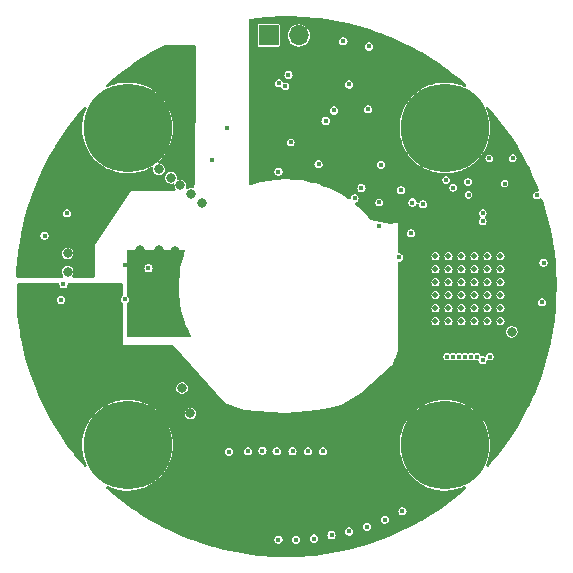
<source format=gbr>
%TF.GenerationSoftware,KiCad,Pcbnew,6.0.6-3a73a75311~116~ubuntu20.04.1*%
%TF.CreationDate,2022-09-27T10:12:31+01:00*%
%TF.ProjectId,UFOControlDeck,55464f43-6f6e-4747-926f-6c4465636b2e,rev?*%
%TF.SameCoordinates,Original*%
%TF.FileFunction,Copper,L3,Inr*%
%TF.FilePolarity,Positive*%
%FSLAX46Y46*%
G04 Gerber Fmt 4.6, Leading zero omitted, Abs format (unit mm)*
G04 Created by KiCad (PCBNEW 6.0.6-3a73a75311~116~ubuntu20.04.1) date 2022-09-27 10:12:31*
%MOMM*%
%LPD*%
G01*
G04 APERTURE LIST*
%TA.AperFunction,ComponentPad*%
%ADD10R,1.700000X1.700000*%
%TD*%
%TA.AperFunction,ComponentPad*%
%ADD11O,1.700000X1.700000*%
%TD*%
%TA.AperFunction,ComponentPad*%
%ADD12C,7.500000*%
%TD*%
%TA.AperFunction,ComponentPad*%
%ADD13C,0.500000*%
%TD*%
%TA.AperFunction,ViaPad*%
%ADD14C,0.400000*%
%TD*%
%TA.AperFunction,ViaPad*%
%ADD15C,0.800000*%
%TD*%
G04 APERTURE END LIST*
D10*
%TO.N,+VDC*%
%TO.C,J1*%
X137200000Y-94000000D03*
D11*
%TO.N,GND*%
X139740000Y-94000000D03*
%TD*%
D12*
%TO.N,unconnected-(H1-Pad1)*%
%TO.C,H1*%
X125229942Y-101829942D03*
%TD*%
%TO.N,unconnected-(H2-Pad1)*%
%TO.C,H2*%
X125229942Y-128700000D03*
%TD*%
%TO.N,unconnected-(H3-Pad1)*%
%TO.C,H3*%
X152100000Y-101829942D03*
%TD*%
%TO.N,unconnected-(H4-Pad1)*%
%TO.C,H4*%
X152100000Y-128700000D03*
%TD*%
D13*
%TO.N,GND*%
%TO.C,U3*%
X153500000Y-113800000D03*
X153500000Y-114900000D03*
X152400000Y-114900000D03*
X153500000Y-117100000D03*
X154600000Y-116000000D03*
X154600000Y-112700000D03*
X153500000Y-116000000D03*
X156800000Y-116000000D03*
X154600000Y-117100000D03*
X152400000Y-113800000D03*
X151300000Y-117100000D03*
X152400000Y-117100000D03*
X151300000Y-113800000D03*
X155700000Y-113800000D03*
X154600000Y-118200000D03*
X151300000Y-118200000D03*
X156800000Y-114900000D03*
X155700000Y-117100000D03*
X156800000Y-112700000D03*
X152400000Y-118200000D03*
X154600000Y-114900000D03*
X154600000Y-113800000D03*
X156800000Y-117100000D03*
X151300000Y-112700000D03*
X155700000Y-118200000D03*
X152400000Y-116000000D03*
X155700000Y-112700000D03*
X156800000Y-118200000D03*
X153500000Y-112700000D03*
X153500000Y-118200000D03*
X156800000Y-113800000D03*
X155700000Y-114900000D03*
X152400000Y-112700000D03*
X151300000Y-114900000D03*
X151300000Y-116000000D03*
X155700000Y-116000000D03*
%TD*%
D14*
%TO.N,GND*%
X142000000Y-101250000D03*
X127000000Y-113700000D03*
X152200000Y-106250000D03*
D15*
X128900000Y-106050000D03*
D14*
X154100000Y-107500000D03*
X157150000Y-106550000D03*
X141800000Y-129200000D03*
X159900000Y-107550000D03*
D15*
X120150000Y-112450000D03*
D14*
X138000000Y-105550000D03*
X152800000Y-106900000D03*
X139050000Y-103050000D03*
X160450000Y-113250000D03*
X125000000Y-116350000D03*
X140500000Y-129200000D03*
D15*
X131550000Y-108150000D03*
D14*
X157850000Y-104400000D03*
X160300000Y-116600000D03*
X145662500Y-94937500D03*
X154050000Y-106400000D03*
D15*
X130600000Y-107400000D03*
D14*
X139200000Y-129200000D03*
X135400000Y-129200000D03*
X138850000Y-97350000D03*
D15*
X120150000Y-114000000D03*
X157750000Y-119100000D03*
D14*
X133650000Y-101850000D03*
X142700000Y-100350000D03*
D15*
X129700000Y-106700000D03*
D14*
X146700000Y-104950000D03*
X136650000Y-129150000D03*
X138050000Y-98050000D03*
D15*
X130550000Y-126000000D03*
D14*
X145600000Y-100250000D03*
X118200000Y-110950000D03*
D15*
X127900000Y-105350000D03*
D14*
X137850000Y-129200000D03*
X144000000Y-98150000D03*
X155850000Y-104400000D03*
D15*
X129850000Y-123850000D03*
D14*
X143500000Y-94500000D03*
X133800000Y-129250000D03*
X141400000Y-104900000D03*
D15*
%TO.N,+5V*%
X129100000Y-113900000D03*
X127850000Y-112200000D03*
D14*
X119600000Y-116400000D03*
D15*
X129250000Y-112250000D03*
D14*
X125000000Y-113400000D03*
D15*
X126300000Y-112200000D03*
D14*
%TO.N,Net-(C10-Pad1)*%
X138600000Y-98300000D03*
%TO.N,Net-(D5-Pad2)*%
X139500000Y-136700000D03*
%TO.N,Net-(D6-Pad2)*%
X138000000Y-136700000D03*
%TO.N,Net-(D7-Pad2)*%
X141000000Y-136600000D03*
%TO.N,Net-(D8-Pad2)*%
X142500000Y-136300000D03*
%TO.N,Net-(D9-Pad2)*%
X144000000Y-136000000D03*
%TO.N,Net-(D10-Pad2)*%
X145500000Y-135600000D03*
%TO.N,Net-(D11-Pad2)*%
X147000000Y-135000000D03*
%TO.N,Net-(D12-Pad2)*%
X148500000Y-134300000D03*
%TO.N,PULSE0*%
X152300000Y-121200000D03*
%TO.N,PULSE1*%
X152800000Y-121200000D03*
%TO.N,PULSE2*%
X153300000Y-121200000D03*
%TO.N,PULSE3*%
X153800000Y-121200000D03*
%TO.N,PULSE4*%
X154299575Y-121198297D03*
%TO.N,PULSE5*%
X154800000Y-121200000D03*
%TO.N,PULSE6*%
X155302527Y-121499984D03*
%TO.N,PULSE7*%
X155900000Y-121200000D03*
D15*
%TO.N,+VSW*%
X120750000Y-107550000D03*
X119850000Y-103200000D03*
X130200000Y-100300000D03*
X128200000Y-95800000D03*
X120800000Y-102100000D03*
X122700000Y-105550000D03*
X118600000Y-105400000D03*
X128400000Y-98600000D03*
X120750000Y-105550000D03*
X127450000Y-97250000D03*
X125500000Y-97350000D03*
D14*
%TO.N,~{TRIGGER}*%
X155300000Y-109750000D03*
X155300000Y-109050000D03*
%TO.N,Net-(R4-Pad2)*%
X119800000Y-115050000D03*
X120100000Y-109050000D03*
D15*
%TO.N,+3.3V*%
X124100000Y-120800000D03*
D14*
X142600000Y-97150000D03*
X143350000Y-104900000D03*
D15*
X119900000Y-126300000D03*
X117650000Y-122050000D03*
X159150000Y-120550000D03*
D14*
X136200000Y-100300000D03*
X152000000Y-119500000D03*
X157900000Y-117150000D03*
X156900000Y-125000000D03*
X151550000Y-111900000D03*
D15*
X117000000Y-119050000D03*
D14*
X158150000Y-114000000D03*
X155250000Y-111900000D03*
D15*
X118650000Y-124350000D03*
D14*
X136150000Y-98800000D03*
X151900000Y-109200000D03*
D15*
X126200000Y-120800000D03*
D14*
X149950000Y-113700000D03*
X148450000Y-110350000D03*
X136500000Y-102650000D03*
X154500000Y-123950000D03*
X157150000Y-109650000D03*
X155650000Y-119550000D03*
X141400000Y-97700000D03*
X145250000Y-102250000D03*
X149950000Y-117050000D03*
X146650000Y-101350000D03*
X146550000Y-106400000D03*
%TO.N,Net-(D13-Pad1)*%
X149350000Y-108150000D03*
%TO.N,Net-(R25-Pad1)*%
X146533590Y-108139060D03*
%TO.N,Net-(D1-Pad1)*%
X148400000Y-107100000D03*
%TO.N,Net-(D3-Pad1)*%
X145028706Y-106920026D03*
%TO.N,/INITN*%
X149200000Y-110750000D03*
%TO.N,/PROGRAMN*%
X148226567Y-112800000D03*
X146525010Y-110150000D03*
X144450000Y-107800000D03*
%TO.N,/DONE*%
X150250000Y-108300000D03*
%TO.N,Net-(R27-Pad2)*%
X132400000Y-104550000D03*
%TD*%
%TA.AperFunction,Conductor*%
%TO.N,+5V*%
G36*
X130124564Y-112153427D02*
G01*
X130127991Y-112161700D01*
X130127350Y-112165519D01*
X130015597Y-112489157D01*
X129984905Y-112578042D01*
X129829604Y-113143787D01*
X129711135Y-113718375D01*
X129629993Y-114299410D01*
X129586515Y-114884471D01*
X129584945Y-115048000D01*
X129580884Y-115471118D01*
X129613122Y-116056905D01*
X129648452Y-116351009D01*
X129683006Y-116638655D01*
X129683094Y-116639391D01*
X129790511Y-117216148D01*
X129934922Y-117784770D01*
X130115728Y-118342888D01*
X130203069Y-118562926D01*
X130320618Y-118859066D01*
X130332172Y-118888175D01*
X130332247Y-118888334D01*
X130332253Y-118888347D01*
X130583271Y-119418181D01*
X130583279Y-119418196D01*
X130583355Y-119418357D01*
X130619050Y-119482621D01*
X130620072Y-119491515D01*
X130614503Y-119498528D01*
X130608822Y-119500000D01*
X125211700Y-119500000D01*
X125203427Y-119496573D01*
X125200000Y-119488300D01*
X125200000Y-116638655D01*
X125203427Y-116630382D01*
X125204179Y-116629692D01*
X125267968Y-116576166D01*
X125268751Y-116575509D01*
X125329672Y-116469991D01*
X125350830Y-116350000D01*
X125329672Y-116230009D01*
X125268751Y-116124491D01*
X125204179Y-116070308D01*
X125200045Y-116062365D01*
X125200000Y-116061345D01*
X125200000Y-113700000D01*
X126649170Y-113700000D01*
X126670328Y-113819991D01*
X126731249Y-113925509D01*
X126824585Y-114003828D01*
X126939079Y-114045500D01*
X127060921Y-114045500D01*
X127175415Y-114003828D01*
X127268751Y-113925509D01*
X127329672Y-113819991D01*
X127350830Y-113700000D01*
X127329672Y-113580009D01*
X127268751Y-113474491D01*
X127175415Y-113396172D01*
X127060921Y-113354500D01*
X126939079Y-113354500D01*
X126824585Y-113396172D01*
X126731249Y-113474491D01*
X126670328Y-113580009D01*
X126649170Y-113700000D01*
X125200000Y-113700000D01*
X125200000Y-112161700D01*
X125203427Y-112153427D01*
X125211700Y-112150000D01*
X130116291Y-112150000D01*
X130124564Y-112153427D01*
G37*
%TD.AperFunction*%
%TD*%
%TA.AperFunction,Conductor*%
%TO.N,+3.3V*%
G36*
X149065512Y-108348251D02*
G01*
X149081249Y-108375509D01*
X149174585Y-108453828D01*
X149289079Y-108495500D01*
X149410921Y-108495500D01*
X149525415Y-108453828D01*
X149618751Y-108375509D01*
X149634489Y-108348251D01*
X149662346Y-108300000D01*
X149893615Y-108300000D01*
X149898862Y-108307368D01*
X149903877Y-108326694D01*
X149920328Y-108419991D01*
X149981249Y-108525509D01*
X150074585Y-108603828D01*
X150189079Y-108645500D01*
X150310921Y-108645500D01*
X150425415Y-108603828D01*
X150518751Y-108525509D01*
X150579672Y-108419991D01*
X150600830Y-108300000D01*
X160474592Y-108300000D01*
X160586294Y-108643784D01*
X160587819Y-108648836D01*
X160844327Y-109567544D01*
X160845640Y-109572656D01*
X161063459Y-110501332D01*
X161064556Y-110506494D01*
X161113078Y-110760855D01*
X161222070Y-111332207D01*
X161243292Y-111443458D01*
X161244169Y-111448641D01*
X161341966Y-112110917D01*
X161353972Y-112192222D01*
X161363809Y-118271101D01*
X161244172Y-119081281D01*
X161243296Y-119086463D01*
X161169294Y-119474393D01*
X161064556Y-120023448D01*
X161063459Y-120028610D01*
X160845640Y-120957286D01*
X160844327Y-120962398D01*
X160587819Y-121881106D01*
X160586294Y-121886158D01*
X160291537Y-122793329D01*
X160289805Y-122798303D01*
X159964948Y-123671821D01*
X159957306Y-123692369D01*
X159955370Y-123697259D01*
X159684522Y-124341579D01*
X159585722Y-124576614D01*
X159583575Y-124581435D01*
X159177450Y-125444496D01*
X159175104Y-125449223D01*
X158733174Y-126294557D01*
X158730631Y-126299182D01*
X158253701Y-127125248D01*
X158250967Y-127129762D01*
X158097306Y-127371893D01*
X157743167Y-127929928D01*
X157739872Y-127935120D01*
X157736962Y-127939501D01*
X157192557Y-128722798D01*
X157189473Y-128727043D01*
X156635458Y-129456931D01*
X156612756Y-129486840D01*
X156609478Y-129490975D01*
X156001454Y-130225950D01*
X155998005Y-130229945D01*
X155986822Y-130242365D01*
X155791282Y-130459535D01*
X155789713Y-130461277D01*
X155729267Y-130498517D01*
X155658283Y-130497165D01*
X155599299Y-130457652D01*
X155571041Y-130392521D01*
X155583315Y-130320746D01*
X155622394Y-130242365D01*
X155623814Y-130239517D01*
X155761353Y-129875532D01*
X155772394Y-129834039D01*
X155860583Y-129502596D01*
X155861404Y-129499511D01*
X155862047Y-129495500D01*
X155922439Y-129118456D01*
X155922944Y-129115305D01*
X155925072Y-129078410D01*
X155940647Y-128808272D01*
X155945342Y-128726846D01*
X155945436Y-128700000D01*
X155925750Y-128311394D01*
X155866894Y-127926768D01*
X155769470Y-127550058D01*
X155765871Y-127540329D01*
X155635585Y-127188119D01*
X155635582Y-127188113D01*
X155634476Y-127185122D01*
X155463294Y-126835696D01*
X155455994Y-126823967D01*
X155259363Y-126508067D01*
X155257677Y-126505358D01*
X155081263Y-126277105D01*
X155021681Y-126200014D01*
X155021676Y-126200009D01*
X155019729Y-126197489D01*
X154848360Y-126016903D01*
X154754087Y-125917560D01*
X154754084Y-125917558D01*
X154751888Y-125915243D01*
X154749464Y-125913158D01*
X154459310Y-125663586D01*
X154459307Y-125663584D01*
X154456895Y-125661509D01*
X154137771Y-125438885D01*
X153797783Y-125249650D01*
X153794863Y-125248392D01*
X153794858Y-125248390D01*
X153443345Y-125097005D01*
X153443335Y-125097001D01*
X153440411Y-125095742D01*
X153069317Y-124978736D01*
X152785550Y-124919971D01*
X152691422Y-124900478D01*
X152691419Y-124900478D01*
X152688297Y-124899831D01*
X152390473Y-124869054D01*
X152304411Y-124860160D01*
X152304408Y-124860160D01*
X152301255Y-124859834D01*
X152298089Y-124859828D01*
X152298080Y-124859828D01*
X152105974Y-124859493D01*
X151912151Y-124859155D01*
X151719178Y-124878416D01*
X151528144Y-124897484D01*
X151528138Y-124897485D01*
X151524971Y-124897801D01*
X151416001Y-124919971D01*
X151146804Y-124974739D01*
X151146800Y-124974740D01*
X151143679Y-124975375D01*
X151140637Y-124976322D01*
X151140631Y-124976324D01*
X150957928Y-125033230D01*
X150772178Y-125091085D01*
X150769238Y-125092339D01*
X150417209Y-125242492D01*
X150417205Y-125242494D01*
X150414272Y-125243745D01*
X150411485Y-125245284D01*
X150411484Y-125245284D01*
X150403575Y-125249650D01*
X150073625Y-125431792D01*
X150071004Y-125433607D01*
X150070999Y-125433610D01*
X150055278Y-125444496D01*
X149753726Y-125653301D01*
X149751298Y-125655375D01*
X149751295Y-125655377D01*
X149650827Y-125741185D01*
X149457849Y-125906004D01*
X149455649Y-125908306D01*
X149455646Y-125908309D01*
X149340887Y-126028397D01*
X149189024Y-126187313D01*
X149187067Y-126189827D01*
X149187066Y-126189828D01*
X148953870Y-126489382D01*
X148950003Y-126494349D01*
X148948307Y-126497053D01*
X148948304Y-126497057D01*
X148818766Y-126703559D01*
X148743234Y-126823967D01*
X148570833Y-127172793D01*
X148434566Y-127537256D01*
X148335828Y-127913624D01*
X148335335Y-127916773D01*
X148335333Y-127916782D01*
X148332111Y-127937360D01*
X148275630Y-128298042D01*
X148254587Y-128686577D01*
X148254737Y-128689758D01*
X148266830Y-128946172D01*
X148272917Y-129075249D01*
X148273388Y-129078402D01*
X148273389Y-129078410D01*
X148285711Y-129160855D01*
X148330430Y-129460079D01*
X148331216Y-129463161D01*
X148331216Y-129463163D01*
X148355288Y-129557599D01*
X148426538Y-129837126D01*
X148560257Y-130202532D01*
X148730219Y-130552553D01*
X148934682Y-130883607D01*
X148961946Y-130919138D01*
X149064131Y-131052308D01*
X149171553Y-131192304D01*
X149173735Y-131194620D01*
X149173744Y-131194630D01*
X149202492Y-131225136D01*
X149438408Y-131475483D01*
X149732513Y-131730245D01*
X149735123Y-131732080D01*
X149735129Y-131732084D01*
X149767552Y-131754871D01*
X150050858Y-131953982D01*
X150390184Y-132144402D01*
X150393083Y-132145663D01*
X150393088Y-132145665D01*
X150515693Y-132198975D01*
X150747015Y-132299557D01*
X151117700Y-132417857D01*
X151324517Y-132461440D01*
X151495322Y-132497435D01*
X151495327Y-132497436D01*
X151498441Y-132498092D01*
X151885342Y-132539440D01*
X151888529Y-132539457D01*
X151888535Y-132539457D01*
X152065240Y-132540382D01*
X152274440Y-132541477D01*
X152421548Y-132527312D01*
X152658588Y-132504488D01*
X152658593Y-132504487D01*
X152661753Y-132504183D01*
X152664873Y-132503560D01*
X152664877Y-132503559D01*
X153040186Y-132428565D01*
X153040185Y-132428565D01*
X153043314Y-132427940D01*
X153342544Y-132335885D01*
X153412175Y-132314464D01*
X153412178Y-132314463D01*
X153415217Y-132313528D01*
X153418145Y-132312291D01*
X153418151Y-132312289D01*
X153544837Y-132258774D01*
X153729283Y-132180861D01*
X153799816Y-132172779D01*
X153863523Y-132204114D01*
X153900176Y-132264917D01*
X153898138Y-132335885D01*
X153860642Y-132392311D01*
X153263663Y-132907610D01*
X153259597Y-132910974D01*
X152512056Y-133503468D01*
X152507852Y-133506659D01*
X151736158Y-134067327D01*
X151731824Y-134070339D01*
X150937347Y-134598188D01*
X150932891Y-134601016D01*
X150116977Y-135095152D01*
X150112407Y-135097791D01*
X149276529Y-135557318D01*
X149271852Y-135559763D01*
X148417468Y-135983883D01*
X148412693Y-135986130D01*
X147541294Y-136374102D01*
X147536429Y-136376147D01*
X146649523Y-136727298D01*
X146644599Y-136729129D01*
X146590810Y-136747860D01*
X145743802Y-137042819D01*
X145738783Y-137044450D01*
X144825622Y-137320149D01*
X144820539Y-137321568D01*
X143896669Y-137558778D01*
X143891531Y-137559984D01*
X143425000Y-137659149D01*
X142958454Y-137758316D01*
X142953302Y-137759298D01*
X142012790Y-137918374D01*
X142007594Y-137919141D01*
X141556566Y-137976119D01*
X141061246Y-138038692D01*
X141055997Y-138039244D01*
X140353596Y-138098227D01*
X140105459Y-138119063D01*
X140100201Y-138119394D01*
X139272813Y-138154072D01*
X139147190Y-138159337D01*
X139141914Y-138159448D01*
X138188028Y-138159448D01*
X138182752Y-138159337D01*
X138057129Y-138154072D01*
X137229741Y-138119394D01*
X137224483Y-138119063D01*
X136976346Y-138098227D01*
X136273945Y-138039244D01*
X136268696Y-138038692D01*
X135773376Y-137976119D01*
X135322348Y-137919141D01*
X135317152Y-137918374D01*
X134376640Y-137759298D01*
X134371488Y-137758316D01*
X133904942Y-137659149D01*
X133438411Y-137559984D01*
X133433273Y-137558778D01*
X132509403Y-137321568D01*
X132504320Y-137320149D01*
X131591159Y-137044450D01*
X131586140Y-137042819D01*
X130739132Y-136747860D01*
X130685343Y-136729129D01*
X130680419Y-136727298D01*
X130611472Y-136700000D01*
X137649170Y-136700000D01*
X137670328Y-136819991D01*
X137731249Y-136925509D01*
X137824585Y-137003828D01*
X137939079Y-137045500D01*
X138060921Y-137045500D01*
X138175415Y-137003828D01*
X138268751Y-136925509D01*
X138329672Y-136819991D01*
X138350830Y-136700000D01*
X139149170Y-136700000D01*
X139170328Y-136819991D01*
X139231249Y-136925509D01*
X139324585Y-137003828D01*
X139439079Y-137045500D01*
X139560921Y-137045500D01*
X139675415Y-137003828D01*
X139768751Y-136925509D01*
X139829672Y-136819991D01*
X139850830Y-136700000D01*
X139833197Y-136600000D01*
X140649170Y-136600000D01*
X140670328Y-136719991D01*
X140731249Y-136825509D01*
X140824585Y-136903828D01*
X140939079Y-136945500D01*
X141060921Y-136945500D01*
X141175415Y-136903828D01*
X141268751Y-136825509D01*
X141329672Y-136719991D01*
X141350830Y-136600000D01*
X141329672Y-136480009D01*
X141268751Y-136374491D01*
X141179977Y-136300000D01*
X142149170Y-136300000D01*
X142170328Y-136419991D01*
X142231249Y-136525509D01*
X142324585Y-136603828D01*
X142439079Y-136645500D01*
X142560921Y-136645500D01*
X142675415Y-136603828D01*
X142768751Y-136525509D01*
X142829672Y-136419991D01*
X142850830Y-136300000D01*
X142829672Y-136180009D01*
X142768751Y-136074491D01*
X142679977Y-136000000D01*
X143649170Y-136000000D01*
X143670328Y-136119991D01*
X143731249Y-136225509D01*
X143824585Y-136303828D01*
X143939079Y-136345500D01*
X144060921Y-136345500D01*
X144175415Y-136303828D01*
X144268751Y-136225509D01*
X144329672Y-136119991D01*
X144350830Y-136000000D01*
X144329672Y-135880009D01*
X144268751Y-135774491D01*
X144175415Y-135696172D01*
X144060921Y-135654500D01*
X143939079Y-135654500D01*
X143824585Y-135696172D01*
X143731249Y-135774491D01*
X143670328Y-135880009D01*
X143649170Y-136000000D01*
X142679977Y-136000000D01*
X142675415Y-135996172D01*
X142560921Y-135954500D01*
X142439079Y-135954500D01*
X142324585Y-135996172D01*
X142231249Y-136074491D01*
X142170328Y-136180009D01*
X142149170Y-136300000D01*
X141179977Y-136300000D01*
X141175415Y-136296172D01*
X141060921Y-136254500D01*
X140939079Y-136254500D01*
X140824585Y-136296172D01*
X140731249Y-136374491D01*
X140670328Y-136480009D01*
X140649170Y-136600000D01*
X139833197Y-136600000D01*
X139829672Y-136580009D01*
X139768751Y-136474491D01*
X139675415Y-136396172D01*
X139560921Y-136354500D01*
X139439079Y-136354500D01*
X139324585Y-136396172D01*
X139231249Y-136474491D01*
X139170328Y-136580009D01*
X139149170Y-136700000D01*
X138350830Y-136700000D01*
X138329672Y-136580009D01*
X138268751Y-136474491D01*
X138175415Y-136396172D01*
X138060921Y-136354500D01*
X137939079Y-136354500D01*
X137824585Y-136396172D01*
X137731249Y-136474491D01*
X137670328Y-136580009D01*
X137649170Y-136700000D01*
X130611472Y-136700000D01*
X129793513Y-136376147D01*
X129788648Y-136374102D01*
X128917249Y-135986130D01*
X128912474Y-135983883D01*
X128139147Y-135600000D01*
X145149170Y-135600000D01*
X145170328Y-135719991D01*
X145231249Y-135825509D01*
X145324585Y-135903828D01*
X145439079Y-135945500D01*
X145560921Y-135945500D01*
X145675415Y-135903828D01*
X145768751Y-135825509D01*
X145829672Y-135719991D01*
X145850830Y-135600000D01*
X145829672Y-135480009D01*
X145768751Y-135374491D01*
X145675415Y-135296172D01*
X145560921Y-135254500D01*
X145439079Y-135254500D01*
X145324585Y-135296172D01*
X145231249Y-135374491D01*
X145170328Y-135480009D01*
X145149170Y-135600000D01*
X128139147Y-135600000D01*
X128058090Y-135559763D01*
X128053413Y-135557318D01*
X127217535Y-135097791D01*
X127212965Y-135095152D01*
X127055851Y-135000000D01*
X146649170Y-135000000D01*
X146670328Y-135119991D01*
X146731249Y-135225509D01*
X146824585Y-135303828D01*
X146939079Y-135345500D01*
X147060921Y-135345500D01*
X147175415Y-135303828D01*
X147268751Y-135225509D01*
X147329672Y-135119991D01*
X147350830Y-135000000D01*
X147329672Y-134880009D01*
X147268751Y-134774491D01*
X147175415Y-134696172D01*
X147060921Y-134654500D01*
X146939079Y-134654500D01*
X146824585Y-134696172D01*
X146731249Y-134774491D01*
X146670328Y-134880009D01*
X146649170Y-135000000D01*
X127055851Y-135000000D01*
X126397051Y-134601016D01*
X126392595Y-134598188D01*
X125943786Y-134300000D01*
X148149170Y-134300000D01*
X148170328Y-134419991D01*
X148231249Y-134525509D01*
X148324585Y-134603828D01*
X148439079Y-134645500D01*
X148560921Y-134645500D01*
X148675415Y-134603828D01*
X148768751Y-134525509D01*
X148829672Y-134419991D01*
X148850830Y-134300000D01*
X148829672Y-134180009D01*
X148768751Y-134074491D01*
X148760214Y-134067327D01*
X148683861Y-134003259D01*
X148675415Y-133996172D01*
X148560921Y-133954500D01*
X148439079Y-133954500D01*
X148324585Y-133996172D01*
X148316139Y-134003259D01*
X148239787Y-134067327D01*
X148231249Y-134074491D01*
X148170328Y-134180009D01*
X148149170Y-134300000D01*
X125943786Y-134300000D01*
X125598118Y-134070339D01*
X125593784Y-134067327D01*
X124822090Y-133506659D01*
X124817886Y-133503468D01*
X124070345Y-132910974D01*
X124066279Y-132907610D01*
X123981558Y-132834481D01*
X123465953Y-132389422D01*
X123427456Y-132329770D01*
X123427320Y-132258774D01*
X123465590Y-132198975D01*
X123530115Y-132169359D01*
X123598526Y-132178492D01*
X123874030Y-132298285D01*
X123874042Y-132298289D01*
X123876957Y-132299557D01*
X124247642Y-132417857D01*
X124454459Y-132461440D01*
X124625264Y-132497435D01*
X124625269Y-132497436D01*
X124628383Y-132498092D01*
X125015284Y-132539440D01*
X125018471Y-132539457D01*
X125018477Y-132539457D01*
X125195182Y-132540382D01*
X125404382Y-132541477D01*
X125551490Y-132527312D01*
X125788530Y-132504488D01*
X125788535Y-132504487D01*
X125791695Y-132504183D01*
X125794815Y-132503560D01*
X125794819Y-132503559D01*
X126170128Y-132428565D01*
X126170127Y-132428565D01*
X126173256Y-132427940D01*
X126472486Y-132335885D01*
X126542117Y-132314464D01*
X126542120Y-132314463D01*
X126545159Y-132313528D01*
X126548087Y-132312291D01*
X126548093Y-132312289D01*
X126771025Y-132218118D01*
X126903595Y-132162118D01*
X126906398Y-132160584D01*
X126906403Y-132160581D01*
X127053484Y-132080056D01*
X127244896Y-131975261D01*
X127565567Y-131754871D01*
X127567995Y-131752812D01*
X127859894Y-131505263D01*
X127859896Y-131505261D01*
X127862324Y-131503202D01*
X127864529Y-131500910D01*
X127864535Y-131500905D01*
X127974550Y-131386582D01*
X128132129Y-131222833D01*
X128372220Y-130916634D01*
X128580139Y-130587739D01*
X128581559Y-130584890D01*
X128581564Y-130584882D01*
X128752336Y-130242365D01*
X128753756Y-130239517D01*
X128891295Y-129875532D01*
X128902336Y-129834039D01*
X128990525Y-129502596D01*
X128991346Y-129499511D01*
X128991989Y-129495500D01*
X129031311Y-129250000D01*
X133449170Y-129250000D01*
X133470328Y-129369991D01*
X133531249Y-129475509D01*
X133539690Y-129482592D01*
X133539691Y-129482593D01*
X133564998Y-129503828D01*
X133624585Y-129553828D01*
X133739079Y-129595500D01*
X133860921Y-129595500D01*
X133975415Y-129553828D01*
X134035002Y-129503828D01*
X134060309Y-129482593D01*
X134060310Y-129482592D01*
X134068751Y-129475509D01*
X134129672Y-129369991D01*
X134150830Y-129250000D01*
X134142014Y-129200000D01*
X135049170Y-129200000D01*
X135070328Y-129319991D01*
X135131249Y-129425509D01*
X135139690Y-129432592D01*
X135139691Y-129432593D01*
X135210165Y-129491728D01*
X135224585Y-129503828D01*
X135339079Y-129545500D01*
X135460921Y-129545500D01*
X135575415Y-129503828D01*
X135589835Y-129491728D01*
X135660309Y-129432593D01*
X135660310Y-129432592D01*
X135668751Y-129425509D01*
X135729672Y-129319991D01*
X135750830Y-129200000D01*
X135742014Y-129150000D01*
X136299170Y-129150000D01*
X136320328Y-129269991D01*
X136381249Y-129375509D01*
X136474585Y-129453828D01*
X136589079Y-129495500D01*
X136710921Y-129495500D01*
X136825415Y-129453828D01*
X136918751Y-129375509D01*
X136979672Y-129269991D01*
X136992014Y-129200000D01*
X137499170Y-129200000D01*
X137520328Y-129319991D01*
X137581249Y-129425509D01*
X137589690Y-129432592D01*
X137589691Y-129432593D01*
X137660165Y-129491728D01*
X137674585Y-129503828D01*
X137789079Y-129545500D01*
X137910921Y-129545500D01*
X138025415Y-129503828D01*
X138039835Y-129491728D01*
X138110309Y-129432593D01*
X138110310Y-129432592D01*
X138118751Y-129425509D01*
X138179672Y-129319991D01*
X138200830Y-129200000D01*
X138849170Y-129200000D01*
X138870328Y-129319991D01*
X138931249Y-129425509D01*
X138939690Y-129432592D01*
X138939691Y-129432593D01*
X139010165Y-129491728D01*
X139024585Y-129503828D01*
X139139079Y-129545500D01*
X139260921Y-129545500D01*
X139375415Y-129503828D01*
X139389835Y-129491728D01*
X139460309Y-129432593D01*
X139460310Y-129432592D01*
X139468751Y-129425509D01*
X139529672Y-129319991D01*
X139550830Y-129200000D01*
X140149170Y-129200000D01*
X140170328Y-129319991D01*
X140231249Y-129425509D01*
X140239690Y-129432592D01*
X140239691Y-129432593D01*
X140310165Y-129491728D01*
X140324585Y-129503828D01*
X140439079Y-129545500D01*
X140560921Y-129545500D01*
X140675415Y-129503828D01*
X140689835Y-129491728D01*
X140760309Y-129432593D01*
X140760310Y-129432592D01*
X140768751Y-129425509D01*
X140829672Y-129319991D01*
X140850830Y-129200000D01*
X141449170Y-129200000D01*
X141470328Y-129319991D01*
X141531249Y-129425509D01*
X141539690Y-129432592D01*
X141539691Y-129432593D01*
X141610165Y-129491728D01*
X141624585Y-129503828D01*
X141739079Y-129545500D01*
X141860921Y-129545500D01*
X141975415Y-129503828D01*
X141989835Y-129491728D01*
X142060309Y-129432593D01*
X142060310Y-129432592D01*
X142068751Y-129425509D01*
X142129672Y-129319991D01*
X142150830Y-129200000D01*
X142129672Y-129080009D01*
X142068751Y-128974491D01*
X141975415Y-128896172D01*
X141860921Y-128854500D01*
X141739079Y-128854500D01*
X141624585Y-128896172D01*
X141531249Y-128974491D01*
X141470328Y-129080009D01*
X141449170Y-129200000D01*
X140850830Y-129200000D01*
X140829672Y-129080009D01*
X140768751Y-128974491D01*
X140675415Y-128896172D01*
X140560921Y-128854500D01*
X140439079Y-128854500D01*
X140324585Y-128896172D01*
X140231249Y-128974491D01*
X140170328Y-129080009D01*
X140149170Y-129200000D01*
X139550830Y-129200000D01*
X139529672Y-129080009D01*
X139468751Y-128974491D01*
X139375415Y-128896172D01*
X139260921Y-128854500D01*
X139139079Y-128854500D01*
X139024585Y-128896172D01*
X138931249Y-128974491D01*
X138870328Y-129080009D01*
X138849170Y-129200000D01*
X138200830Y-129200000D01*
X138179672Y-129080009D01*
X138118751Y-128974491D01*
X138025415Y-128896172D01*
X137910921Y-128854500D01*
X137789079Y-128854500D01*
X137674585Y-128896172D01*
X137581249Y-128974491D01*
X137520328Y-129080009D01*
X137499170Y-129200000D01*
X136992014Y-129200000D01*
X137000830Y-129150000D01*
X136979672Y-129030009D01*
X136918751Y-128924491D01*
X136825415Y-128846172D01*
X136710921Y-128804500D01*
X136589079Y-128804500D01*
X136474585Y-128846172D01*
X136381249Y-128924491D01*
X136320328Y-129030009D01*
X136299170Y-129150000D01*
X135742014Y-129150000D01*
X135729672Y-129080009D01*
X135668751Y-128974491D01*
X135575415Y-128896172D01*
X135460921Y-128854500D01*
X135339079Y-128854500D01*
X135224585Y-128896172D01*
X135131249Y-128974491D01*
X135070328Y-129080009D01*
X135049170Y-129200000D01*
X134142014Y-129200000D01*
X134129672Y-129130009D01*
X134068751Y-129024491D01*
X133975415Y-128946172D01*
X133860921Y-128904500D01*
X133739079Y-128904500D01*
X133624585Y-128946172D01*
X133531249Y-129024491D01*
X133470328Y-129130009D01*
X133449170Y-129250000D01*
X129031311Y-129250000D01*
X129052381Y-129118456D01*
X129052886Y-129115305D01*
X129055014Y-129078410D01*
X129070589Y-128808272D01*
X129075284Y-128726846D01*
X129075378Y-128700000D01*
X129055692Y-128311394D01*
X128996836Y-127926768D01*
X128899412Y-127550058D01*
X128895813Y-127540329D01*
X128765527Y-127188119D01*
X128765524Y-127188113D01*
X128764418Y-127185122D01*
X128593236Y-126835696D01*
X128585936Y-126823967D01*
X128389305Y-126508067D01*
X128387619Y-126505358D01*
X128211205Y-126277105D01*
X128151623Y-126200014D01*
X128151618Y-126200009D01*
X128149671Y-126197489D01*
X127978302Y-126016903D01*
X127956517Y-125993946D01*
X130054493Y-125993946D01*
X130055657Y-126002848D01*
X130055657Y-126002851D01*
X130057495Y-126016903D01*
X130072711Y-126133262D01*
X130129297Y-126261864D01*
X130135074Y-126268737D01*
X130135075Y-126268738D01*
X130160666Y-126299182D01*
X130219704Y-126369416D01*
X130336663Y-126447271D01*
X130470772Y-126489169D01*
X130479742Y-126489333D01*
X130479746Y-126489334D01*
X130544544Y-126490521D01*
X130611250Y-126491744D01*
X130668624Y-126476102D01*
X130738145Y-126457149D01*
X130738147Y-126457148D01*
X130746804Y-126454788D01*
X130866538Y-126381271D01*
X130960825Y-126277105D01*
X131022086Y-126150662D01*
X131045396Y-126012107D01*
X131045544Y-126000000D01*
X131025626Y-125860917D01*
X130967472Y-125733015D01*
X130875758Y-125626576D01*
X130868227Y-125621695D01*
X130868224Y-125621692D01*
X130765388Y-125555037D01*
X130765386Y-125555036D01*
X130757857Y-125550156D01*
X130749260Y-125547585D01*
X130749258Y-125547584D01*
X130669216Y-125523647D01*
X130623246Y-125509899D01*
X130614270Y-125509844D01*
X130614269Y-125509844D01*
X130555015Y-125509482D01*
X130482747Y-125509041D01*
X130347654Y-125547651D01*
X130228828Y-125622624D01*
X130135821Y-125727935D01*
X130076109Y-125855117D01*
X130074729Y-125863981D01*
X130074728Y-125863984D01*
X130067072Y-125913158D01*
X130054493Y-125993946D01*
X127956517Y-125993946D01*
X127884029Y-125917560D01*
X127884026Y-125917558D01*
X127881830Y-125915243D01*
X127879406Y-125913158D01*
X127589252Y-125663586D01*
X127589249Y-125663584D01*
X127586837Y-125661509D01*
X127267713Y-125438885D01*
X126927725Y-125249650D01*
X126924805Y-125248392D01*
X126924800Y-125248390D01*
X126573287Y-125097005D01*
X126573277Y-125097001D01*
X126570353Y-125095742D01*
X126199259Y-124978736D01*
X125915492Y-124919971D01*
X125821364Y-124900478D01*
X125821361Y-124900478D01*
X125818239Y-124899831D01*
X125520415Y-124869054D01*
X125434353Y-124860160D01*
X125434350Y-124860160D01*
X125431197Y-124859834D01*
X125428031Y-124859828D01*
X125428022Y-124859828D01*
X125235916Y-124859493D01*
X125042093Y-124859155D01*
X124849120Y-124878416D01*
X124658086Y-124897484D01*
X124658080Y-124897485D01*
X124654913Y-124897801D01*
X124545943Y-124919971D01*
X124276746Y-124974739D01*
X124276742Y-124974740D01*
X124273621Y-124975375D01*
X124270579Y-124976322D01*
X124270573Y-124976324D01*
X124087871Y-125033230D01*
X123902120Y-125091085D01*
X123899180Y-125092339D01*
X123547151Y-125242492D01*
X123547147Y-125242494D01*
X123544214Y-125243745D01*
X123541427Y-125245284D01*
X123541426Y-125245284D01*
X123533517Y-125249650D01*
X123203567Y-125431792D01*
X123200946Y-125433607D01*
X123200941Y-125433610D01*
X123185220Y-125444496D01*
X122883668Y-125653301D01*
X122881240Y-125655375D01*
X122881237Y-125655377D01*
X122780769Y-125741185D01*
X122587791Y-125906004D01*
X122585591Y-125908306D01*
X122585588Y-125908309D01*
X122470829Y-126028397D01*
X122318966Y-126187313D01*
X122317009Y-126189827D01*
X122317008Y-126189828D01*
X122083812Y-126489382D01*
X122079945Y-126494349D01*
X122078249Y-126497053D01*
X122078246Y-126497057D01*
X121948708Y-126703559D01*
X121873176Y-126823967D01*
X121700775Y-127172793D01*
X121564508Y-127537256D01*
X121465770Y-127913624D01*
X121465277Y-127916773D01*
X121465275Y-127916782D01*
X121462053Y-127937360D01*
X121405572Y-128298042D01*
X121384529Y-128686577D01*
X121384679Y-128689758D01*
X121396772Y-128946172D01*
X121402859Y-129075249D01*
X121403330Y-129078402D01*
X121403331Y-129078410D01*
X121415653Y-129160855D01*
X121460372Y-129460079D01*
X121461158Y-129463161D01*
X121461158Y-129463163D01*
X121485230Y-129557599D01*
X121556480Y-129837126D01*
X121690199Y-130202532D01*
X121691591Y-130205398D01*
X121749307Y-130324260D01*
X121761070Y-130394275D01*
X121733111Y-130459535D01*
X121674309Y-130499320D01*
X121603333Y-130500998D01*
X121542327Y-130463607D01*
X121331937Y-130229945D01*
X121328488Y-130225950D01*
X120720464Y-129490975D01*
X120717186Y-129486840D01*
X120694484Y-129456931D01*
X120140469Y-128727043D01*
X120137385Y-128722798D01*
X119592980Y-127939501D01*
X119590070Y-127935120D01*
X119586776Y-127929928D01*
X119232636Y-127371893D01*
X119078975Y-127129762D01*
X119076241Y-127125248D01*
X118599311Y-126299182D01*
X118596768Y-126294557D01*
X118154838Y-125449223D01*
X118152492Y-125444496D01*
X117746367Y-124581435D01*
X117744220Y-124576614D01*
X117645420Y-124341579D01*
X117436234Y-123843946D01*
X129354493Y-123843946D01*
X129355657Y-123852848D01*
X129355657Y-123852851D01*
X129371547Y-123974363D01*
X129372711Y-123983262D01*
X129429297Y-124111864D01*
X129435074Y-124118737D01*
X129435075Y-124118738D01*
X129485182Y-124178347D01*
X129519704Y-124219416D01*
X129636663Y-124297271D01*
X129645233Y-124299948D01*
X129645232Y-124299948D01*
X129745969Y-124331420D01*
X129770772Y-124339169D01*
X129779742Y-124339333D01*
X129779746Y-124339334D01*
X129844544Y-124340521D01*
X129911250Y-124341744D01*
X129968624Y-124326102D01*
X130038145Y-124307149D01*
X130038147Y-124307148D01*
X130046804Y-124304788D01*
X130166538Y-124231271D01*
X130260825Y-124127105D01*
X130322086Y-124000662D01*
X130345396Y-123862107D01*
X130345544Y-123850000D01*
X130325626Y-123710917D01*
X130267472Y-123583015D01*
X130175758Y-123476576D01*
X130168227Y-123471695D01*
X130168224Y-123471692D01*
X130065388Y-123405037D01*
X130065386Y-123405036D01*
X130057857Y-123400156D01*
X130049260Y-123397585D01*
X130049258Y-123397584D01*
X129969216Y-123373647D01*
X129923246Y-123359899D01*
X129914270Y-123359844D01*
X129914269Y-123359844D01*
X129855015Y-123359482D01*
X129782747Y-123359041D01*
X129647654Y-123397651D01*
X129528828Y-123472624D01*
X129435821Y-123577935D01*
X129376109Y-123705117D01*
X129374729Y-123713981D01*
X129374728Y-123713984D01*
X129357182Y-123826679D01*
X129354493Y-123843946D01*
X117436234Y-123843946D01*
X117374572Y-123697259D01*
X117372636Y-123692369D01*
X117364995Y-123671821D01*
X117040137Y-122798303D01*
X117038405Y-122793329D01*
X116743648Y-121886158D01*
X116742123Y-121881106D01*
X116485615Y-120962398D01*
X116484302Y-120957286D01*
X116266483Y-120028610D01*
X116265386Y-120023448D01*
X116160648Y-119474393D01*
X116086646Y-119086463D01*
X116085770Y-119081281D01*
X115946425Y-118137640D01*
X115945766Y-118132426D01*
X115941581Y-118092602D01*
X115898364Y-117681419D01*
X115897674Y-117668249D01*
X115897674Y-116400000D01*
X119249170Y-116400000D01*
X119270328Y-116519991D01*
X119331249Y-116625509D01*
X119339690Y-116632592D01*
X119339691Y-116632593D01*
X119364998Y-116653828D01*
X119424585Y-116703828D01*
X119539079Y-116745500D01*
X119660921Y-116745500D01*
X119775415Y-116703828D01*
X119835002Y-116653828D01*
X119860309Y-116632593D01*
X119860310Y-116632592D01*
X119868751Y-116625509D01*
X119929672Y-116519991D01*
X119950830Y-116400000D01*
X119929672Y-116280009D01*
X119868751Y-116174491D01*
X119788794Y-116107398D01*
X119783861Y-116103259D01*
X119775415Y-116096172D01*
X119660921Y-116054500D01*
X119539079Y-116054500D01*
X119424585Y-116096172D01*
X119416139Y-116103259D01*
X119411207Y-116107398D01*
X119331249Y-116174491D01*
X119270328Y-116280009D01*
X119249170Y-116400000D01*
X115897674Y-116400000D01*
X115897674Y-115075871D01*
X115917676Y-115007750D01*
X115971332Y-114961257D01*
X116023544Y-114949871D01*
X119325059Y-114946475D01*
X119393201Y-114966407D01*
X119439749Y-115020015D01*
X119449275Y-115050594D01*
X119470328Y-115169991D01*
X119531249Y-115275509D01*
X119624585Y-115353828D01*
X119739079Y-115395500D01*
X119860921Y-115395500D01*
X119975415Y-115353828D01*
X120068751Y-115275509D01*
X120129672Y-115169991D01*
X120150830Y-115050000D01*
X120155012Y-115050737D01*
X120168918Y-115003378D01*
X120222574Y-114956885D01*
X120274786Y-114945499D01*
X124256876Y-114941403D01*
X124721182Y-114940925D01*
X124789324Y-114960857D01*
X124835872Y-115014465D01*
X124847311Y-115067285D01*
X124846368Y-115395500D01*
X124844714Y-115970888D01*
X124824517Y-116038951D01*
X124799707Y-116067047D01*
X124731249Y-116124491D01*
X124670328Y-116230009D01*
X124649170Y-116350000D01*
X124670328Y-116469991D01*
X124731249Y-116575509D01*
X124797532Y-116631128D01*
X124836858Y-116690236D01*
X124842539Y-116728010D01*
X124835367Y-119224363D01*
X124832420Y-120250000D01*
X129106166Y-120250000D01*
X129174287Y-120270002D01*
X129200537Y-120292513D01*
X133497674Y-125150000D01*
X135097674Y-125700000D01*
X135105383Y-125700661D01*
X135105384Y-125700661D01*
X138591514Y-125999472D01*
X138597674Y-126000000D01*
X138603821Y-125999317D01*
X138603822Y-125999317D01*
X141294948Y-125700303D01*
X141294951Y-125700303D01*
X141297674Y-125700000D01*
X141300356Y-125699464D01*
X141300360Y-125699463D01*
X142252194Y-125509096D01*
X143297674Y-125300000D01*
X144997674Y-124300000D01*
X147534463Y-121951121D01*
X147686642Y-121810215D01*
X147697674Y-121800000D01*
X147706860Y-121774740D01*
X147879326Y-121300456D01*
X147915856Y-121200000D01*
X151974556Y-121200000D01*
X151976470Y-121210855D01*
X151990566Y-121290793D01*
X151994183Y-121311308D01*
X152050695Y-121409191D01*
X152059142Y-121416279D01*
X152122634Y-121469555D01*
X152137278Y-121481843D01*
X152147634Y-121485612D01*
X152147637Y-121485614D01*
X152228447Y-121515026D01*
X152243487Y-121520500D01*
X152356513Y-121520500D01*
X152371553Y-121515026D01*
X152452363Y-121485614D01*
X152452366Y-121485612D01*
X152462722Y-121481843D01*
X152471167Y-121474756D01*
X152480711Y-121469246D01*
X152481725Y-121471001D01*
X152534054Y-121448102D01*
X152604159Y-121459322D01*
X152622353Y-121471015D01*
X152628832Y-121474756D01*
X152637278Y-121481843D01*
X152647634Y-121485612D01*
X152647637Y-121485614D01*
X152728447Y-121515026D01*
X152743487Y-121520500D01*
X152856513Y-121520500D01*
X152871553Y-121515026D01*
X152952363Y-121485614D01*
X152952366Y-121485612D01*
X152962722Y-121481843D01*
X152971167Y-121474756D01*
X152980711Y-121469246D01*
X152981725Y-121471001D01*
X153034054Y-121448102D01*
X153104159Y-121459322D01*
X153122353Y-121471015D01*
X153128832Y-121474756D01*
X153137278Y-121481843D01*
X153147634Y-121485612D01*
X153147637Y-121485614D01*
X153228447Y-121515026D01*
X153243487Y-121520500D01*
X153356513Y-121520500D01*
X153371553Y-121515026D01*
X153452363Y-121485614D01*
X153452366Y-121485612D01*
X153462722Y-121481843D01*
X153471167Y-121474756D01*
X153480711Y-121469246D01*
X153481725Y-121471001D01*
X153534054Y-121448102D01*
X153604159Y-121459322D01*
X153622353Y-121471015D01*
X153628832Y-121474756D01*
X153637278Y-121481843D01*
X153647634Y-121485612D01*
X153647637Y-121485614D01*
X153728447Y-121515026D01*
X153743487Y-121520500D01*
X153856513Y-121520500D01*
X153871553Y-121515026D01*
X153952363Y-121485614D01*
X153952366Y-121485612D01*
X153962722Y-121481843D01*
X153971167Y-121474756D01*
X153980711Y-121469246D01*
X153981577Y-121470746D01*
X154034845Y-121447430D01*
X154104950Y-121458643D01*
X154118846Y-121467574D01*
X154118864Y-121467543D01*
X154128408Y-121473053D01*
X154136853Y-121480140D01*
X154147209Y-121483909D01*
X154147212Y-121483911D01*
X154232701Y-121515026D01*
X154243062Y-121518797D01*
X154356088Y-121518797D01*
X154366449Y-121515026D01*
X154451938Y-121483911D01*
X154451941Y-121483909D01*
X154462297Y-121480140D01*
X154470742Y-121473053D01*
X154480286Y-121467543D01*
X154481448Y-121469555D01*
X154532829Y-121447072D01*
X154602933Y-121458293D01*
X154626043Y-121473146D01*
X154628833Y-121474757D01*
X154637278Y-121481843D01*
X154647634Y-121485612D01*
X154647637Y-121485614D01*
X154728447Y-121515026D01*
X154743487Y-121520500D01*
X154856513Y-121520500D01*
X154859280Y-121519493D01*
X154924892Y-121526811D01*
X154979995Y-121571579D01*
X154994612Y-121599933D01*
X154994796Y-121600439D01*
X154996710Y-121611292D01*
X155053222Y-121709175D01*
X155139805Y-121781827D01*
X155150161Y-121785596D01*
X155150164Y-121785598D01*
X155217800Y-121810215D01*
X155246014Y-121820484D01*
X155359040Y-121820484D01*
X155387254Y-121810215D01*
X155454890Y-121785598D01*
X155454893Y-121785596D01*
X155465249Y-121781827D01*
X155551832Y-121709175D01*
X155608344Y-121611292D01*
X155611493Y-121593434D01*
X155643019Y-121529821D01*
X155703932Y-121493350D01*
X155778674Y-121496910D01*
X155788494Y-121500484D01*
X155843487Y-121520500D01*
X155956513Y-121520500D01*
X155971553Y-121515026D01*
X156052363Y-121485614D01*
X156052366Y-121485612D01*
X156062722Y-121481843D01*
X156077366Y-121469555D01*
X156140858Y-121416279D01*
X156149305Y-121409191D01*
X156205817Y-121311308D01*
X156209435Y-121290793D01*
X156223530Y-121210855D01*
X156225444Y-121200000D01*
X156222101Y-121181043D01*
X156207731Y-121099544D01*
X156207730Y-121099542D01*
X156205817Y-121088692D01*
X156149305Y-120990809D01*
X156077735Y-120930754D01*
X156071168Y-120925244D01*
X156062722Y-120918157D01*
X156052366Y-120914388D01*
X156052363Y-120914386D01*
X155966874Y-120883271D01*
X155966873Y-120883271D01*
X155956513Y-120879500D01*
X155843487Y-120879500D01*
X155833127Y-120883271D01*
X155833126Y-120883271D01*
X155747637Y-120914386D01*
X155747634Y-120914388D01*
X155737278Y-120918157D01*
X155728832Y-120925244D01*
X155722266Y-120930754D01*
X155650695Y-120990809D01*
X155594183Y-121088692D01*
X155592270Y-121099543D01*
X155592269Y-121099545D01*
X155591034Y-121106550D01*
X155559508Y-121170163D01*
X155498595Y-121206634D01*
X155423853Y-121203074D01*
X155369401Y-121183255D01*
X155369400Y-121183255D01*
X155359040Y-121179484D01*
X155246014Y-121179484D01*
X155243247Y-121180491D01*
X155177635Y-121173173D01*
X155122532Y-121128405D01*
X155107915Y-121100051D01*
X155107731Y-121099544D01*
X155105817Y-121088692D01*
X155049305Y-120990809D01*
X154977735Y-120930754D01*
X154971168Y-120925244D01*
X154962722Y-120918157D01*
X154952366Y-120914388D01*
X154952363Y-120914386D01*
X154866874Y-120883271D01*
X154866873Y-120883271D01*
X154856513Y-120879500D01*
X154743487Y-120879500D01*
X154733127Y-120883271D01*
X154733126Y-120883271D01*
X154647637Y-120914386D01*
X154647634Y-120914388D01*
X154637278Y-120918157D01*
X154628833Y-120925244D01*
X154619289Y-120930754D01*
X154618127Y-120928742D01*
X154566746Y-120951225D01*
X154496642Y-120940004D01*
X154473532Y-120925151D01*
X154470742Y-120923540D01*
X154462297Y-120916454D01*
X154451941Y-120912685D01*
X154451938Y-120912683D01*
X154366449Y-120881568D01*
X154366448Y-120881568D01*
X154356088Y-120877797D01*
X154243062Y-120877797D01*
X154232702Y-120881568D01*
X154232701Y-120881568D01*
X154147212Y-120912683D01*
X154147209Y-120912685D01*
X154136853Y-120916454D01*
X154128408Y-120923541D01*
X154118864Y-120929051D01*
X154117998Y-120927551D01*
X154064730Y-120950867D01*
X153994625Y-120939654D01*
X153980729Y-120930723D01*
X153980711Y-120930754D01*
X153971167Y-120925244D01*
X153962722Y-120918157D01*
X153952366Y-120914388D01*
X153952363Y-120914386D01*
X153866874Y-120883271D01*
X153866873Y-120883271D01*
X153856513Y-120879500D01*
X153743487Y-120879500D01*
X153733127Y-120883271D01*
X153733126Y-120883271D01*
X153647637Y-120914386D01*
X153647634Y-120914388D01*
X153637278Y-120918157D01*
X153628833Y-120925244D01*
X153619289Y-120930754D01*
X153618275Y-120928999D01*
X153565946Y-120951898D01*
X153495841Y-120940678D01*
X153477647Y-120928985D01*
X153471168Y-120925244D01*
X153462722Y-120918157D01*
X153452366Y-120914388D01*
X153452363Y-120914386D01*
X153366874Y-120883271D01*
X153366873Y-120883271D01*
X153356513Y-120879500D01*
X153243487Y-120879500D01*
X153233127Y-120883271D01*
X153233126Y-120883271D01*
X153147637Y-120914386D01*
X153147634Y-120914388D01*
X153137278Y-120918157D01*
X153128833Y-120925244D01*
X153119289Y-120930754D01*
X153118275Y-120928999D01*
X153065946Y-120951898D01*
X152995841Y-120940678D01*
X152977647Y-120928985D01*
X152971168Y-120925244D01*
X152962722Y-120918157D01*
X152952366Y-120914388D01*
X152952363Y-120914386D01*
X152866874Y-120883271D01*
X152866873Y-120883271D01*
X152856513Y-120879500D01*
X152743487Y-120879500D01*
X152733127Y-120883271D01*
X152733126Y-120883271D01*
X152647637Y-120914386D01*
X152647634Y-120914388D01*
X152637278Y-120918157D01*
X152628833Y-120925244D01*
X152619289Y-120930754D01*
X152618275Y-120928999D01*
X152565946Y-120951898D01*
X152495841Y-120940678D01*
X152477647Y-120928985D01*
X152471168Y-120925244D01*
X152462722Y-120918157D01*
X152452366Y-120914388D01*
X152452363Y-120914386D01*
X152366874Y-120883271D01*
X152366873Y-120883271D01*
X152356513Y-120879500D01*
X152243487Y-120879500D01*
X152233127Y-120883271D01*
X152233126Y-120883271D01*
X152147637Y-120914386D01*
X152147634Y-120914388D01*
X152137278Y-120918157D01*
X152128832Y-120925244D01*
X152122266Y-120930754D01*
X152050695Y-120990809D01*
X151994183Y-121088692D01*
X151992270Y-121099542D01*
X151992269Y-121099544D01*
X151977899Y-121181043D01*
X151974556Y-121200000D01*
X147915856Y-121200000D01*
X148097674Y-120700000D01*
X148097674Y-119093946D01*
X157254493Y-119093946D01*
X157255657Y-119102848D01*
X157255657Y-119102851D01*
X157257495Y-119116903D01*
X157272711Y-119233262D01*
X157329297Y-119361864D01*
X157335074Y-119368737D01*
X157335075Y-119368738D01*
X157342108Y-119377105D01*
X157419704Y-119469416D01*
X157536663Y-119547271D01*
X157670772Y-119589169D01*
X157679742Y-119589333D01*
X157679746Y-119589334D01*
X157744544Y-119590521D01*
X157811250Y-119591744D01*
X157889716Y-119570352D01*
X157938145Y-119557149D01*
X157938147Y-119557148D01*
X157946804Y-119554788D01*
X158066538Y-119481271D01*
X158160825Y-119377105D01*
X158222086Y-119250662D01*
X158245396Y-119112107D01*
X158245544Y-119100000D01*
X158225626Y-118960917D01*
X158167472Y-118833015D01*
X158075758Y-118726576D01*
X158068227Y-118721695D01*
X158068224Y-118721692D01*
X157965388Y-118655037D01*
X157965386Y-118655036D01*
X157957857Y-118650156D01*
X157949260Y-118647585D01*
X157949258Y-118647584D01*
X157869216Y-118623647D01*
X157823246Y-118609899D01*
X157814270Y-118609844D01*
X157814269Y-118609844D01*
X157755015Y-118609482D01*
X157682747Y-118609041D01*
X157547654Y-118647651D01*
X157428828Y-118722624D01*
X157335821Y-118827935D01*
X157276109Y-118955117D01*
X157274729Y-118963981D01*
X157274728Y-118963984D01*
X157273822Y-118969807D01*
X157254493Y-119093946D01*
X148097674Y-119093946D01*
X148097674Y-118200000D01*
X150954247Y-118200000D01*
X150975098Y-118318254D01*
X151035138Y-118422246D01*
X151127123Y-118499431D01*
X151137481Y-118503201D01*
X151137483Y-118503202D01*
X151185162Y-118520555D01*
X151239961Y-118540500D01*
X151360039Y-118540500D01*
X151414838Y-118520555D01*
X151462517Y-118503202D01*
X151462519Y-118503201D01*
X151472877Y-118499431D01*
X151564862Y-118422246D01*
X151624902Y-118318254D01*
X151645753Y-118200000D01*
X152054247Y-118200000D01*
X152075098Y-118318254D01*
X152135138Y-118422246D01*
X152227123Y-118499431D01*
X152237481Y-118503201D01*
X152237483Y-118503202D01*
X152285162Y-118520555D01*
X152339961Y-118540500D01*
X152460039Y-118540500D01*
X152514838Y-118520555D01*
X152562517Y-118503202D01*
X152562519Y-118503201D01*
X152572877Y-118499431D01*
X152664862Y-118422246D01*
X152724902Y-118318254D01*
X152745753Y-118200000D01*
X153154247Y-118200000D01*
X153175098Y-118318254D01*
X153235138Y-118422246D01*
X153327123Y-118499431D01*
X153337481Y-118503201D01*
X153337483Y-118503202D01*
X153385162Y-118520555D01*
X153439961Y-118540500D01*
X153560039Y-118540500D01*
X153614838Y-118520555D01*
X153662517Y-118503202D01*
X153662519Y-118503201D01*
X153672877Y-118499431D01*
X153764862Y-118422246D01*
X153824902Y-118318254D01*
X153845753Y-118200000D01*
X154254247Y-118200000D01*
X154275098Y-118318254D01*
X154335138Y-118422246D01*
X154427123Y-118499431D01*
X154437481Y-118503201D01*
X154437483Y-118503202D01*
X154485162Y-118520555D01*
X154539961Y-118540500D01*
X154660039Y-118540500D01*
X154714838Y-118520555D01*
X154762517Y-118503202D01*
X154762519Y-118503201D01*
X154772877Y-118499431D01*
X154864862Y-118422246D01*
X154924902Y-118318254D01*
X154945753Y-118200000D01*
X155354247Y-118200000D01*
X155375098Y-118318254D01*
X155435138Y-118422246D01*
X155527123Y-118499431D01*
X155537481Y-118503201D01*
X155537483Y-118503202D01*
X155585162Y-118520555D01*
X155639961Y-118540500D01*
X155760039Y-118540500D01*
X155814838Y-118520555D01*
X155862517Y-118503202D01*
X155862519Y-118503201D01*
X155872877Y-118499431D01*
X155964862Y-118422246D01*
X156024902Y-118318254D01*
X156045753Y-118200000D01*
X156454247Y-118200000D01*
X156475098Y-118318254D01*
X156535138Y-118422246D01*
X156627123Y-118499431D01*
X156637481Y-118503201D01*
X156637483Y-118503202D01*
X156685162Y-118520555D01*
X156739961Y-118540500D01*
X156860039Y-118540500D01*
X156914838Y-118520555D01*
X156962517Y-118503202D01*
X156962519Y-118503201D01*
X156972877Y-118499431D01*
X157064862Y-118422246D01*
X157124902Y-118318254D01*
X157145753Y-118200000D01*
X157124902Y-118081746D01*
X157064862Y-117977754D01*
X156972877Y-117900569D01*
X156962519Y-117896799D01*
X156962517Y-117896798D01*
X156909015Y-117877325D01*
X156860039Y-117859500D01*
X156739961Y-117859500D01*
X156627124Y-117900569D01*
X156535138Y-117977754D01*
X156475098Y-118081746D01*
X156454247Y-118200000D01*
X156045753Y-118200000D01*
X156024902Y-118081746D01*
X155964862Y-117977754D01*
X155872877Y-117900569D01*
X155862519Y-117896799D01*
X155862517Y-117896798D01*
X155809015Y-117877325D01*
X155760039Y-117859500D01*
X155639961Y-117859500D01*
X155527124Y-117900569D01*
X155435138Y-117977754D01*
X155375098Y-118081746D01*
X155354247Y-118200000D01*
X154945753Y-118200000D01*
X154924902Y-118081746D01*
X154864862Y-117977754D01*
X154772877Y-117900569D01*
X154762519Y-117896799D01*
X154762517Y-117896798D01*
X154709015Y-117877325D01*
X154660039Y-117859500D01*
X154539961Y-117859500D01*
X154427124Y-117900569D01*
X154335138Y-117977754D01*
X154275098Y-118081746D01*
X154254247Y-118200000D01*
X153845753Y-118200000D01*
X153824902Y-118081746D01*
X153764862Y-117977754D01*
X153672877Y-117900569D01*
X153662519Y-117896799D01*
X153662517Y-117896798D01*
X153609015Y-117877325D01*
X153560039Y-117859500D01*
X153439961Y-117859500D01*
X153327124Y-117900569D01*
X153235138Y-117977754D01*
X153175098Y-118081746D01*
X153154247Y-118200000D01*
X152745753Y-118200000D01*
X152724902Y-118081746D01*
X152664862Y-117977754D01*
X152572877Y-117900569D01*
X152562519Y-117896799D01*
X152562517Y-117896798D01*
X152509015Y-117877325D01*
X152460039Y-117859500D01*
X152339961Y-117859500D01*
X152227124Y-117900569D01*
X152135138Y-117977754D01*
X152075098Y-118081746D01*
X152054247Y-118200000D01*
X151645753Y-118200000D01*
X151624902Y-118081746D01*
X151564862Y-117977754D01*
X151472877Y-117900569D01*
X151462519Y-117896799D01*
X151462517Y-117896798D01*
X151409015Y-117877325D01*
X151360039Y-117859500D01*
X151239961Y-117859500D01*
X151127124Y-117900569D01*
X151035138Y-117977754D01*
X150975098Y-118081746D01*
X150954247Y-118200000D01*
X148097674Y-118200000D01*
X148097674Y-117100000D01*
X150954247Y-117100000D01*
X150975098Y-117218254D01*
X151035138Y-117322246D01*
X151127123Y-117399431D01*
X151137481Y-117403201D01*
X151137483Y-117403202D01*
X151190985Y-117422675D01*
X151239961Y-117440500D01*
X151360039Y-117440500D01*
X151409015Y-117422675D01*
X151462517Y-117403202D01*
X151462519Y-117403201D01*
X151472877Y-117399431D01*
X151564862Y-117322246D01*
X151624902Y-117218254D01*
X151645753Y-117100000D01*
X152054247Y-117100000D01*
X152075098Y-117218254D01*
X152135138Y-117322246D01*
X152227123Y-117399431D01*
X152237481Y-117403201D01*
X152237483Y-117403202D01*
X152290985Y-117422675D01*
X152339961Y-117440500D01*
X152460039Y-117440500D01*
X152509015Y-117422675D01*
X152562517Y-117403202D01*
X152562519Y-117403201D01*
X152572877Y-117399431D01*
X152664862Y-117322246D01*
X152724902Y-117218254D01*
X152745753Y-117100000D01*
X153154247Y-117100000D01*
X153175098Y-117218254D01*
X153235138Y-117322246D01*
X153327123Y-117399431D01*
X153337481Y-117403201D01*
X153337483Y-117403202D01*
X153390985Y-117422675D01*
X153439961Y-117440500D01*
X153560039Y-117440500D01*
X153609015Y-117422675D01*
X153662517Y-117403202D01*
X153662519Y-117403201D01*
X153672877Y-117399431D01*
X153764862Y-117322246D01*
X153824902Y-117218254D01*
X153845753Y-117100000D01*
X154254247Y-117100000D01*
X154275098Y-117218254D01*
X154335138Y-117322246D01*
X154427123Y-117399431D01*
X154437481Y-117403201D01*
X154437483Y-117403202D01*
X154490985Y-117422675D01*
X154539961Y-117440500D01*
X154660039Y-117440500D01*
X154709015Y-117422675D01*
X154762517Y-117403202D01*
X154762519Y-117403201D01*
X154772877Y-117399431D01*
X154864862Y-117322246D01*
X154924902Y-117218254D01*
X154945753Y-117100000D01*
X155354247Y-117100000D01*
X155375098Y-117218254D01*
X155435138Y-117322246D01*
X155527123Y-117399431D01*
X155537481Y-117403201D01*
X155537483Y-117403202D01*
X155590985Y-117422675D01*
X155639961Y-117440500D01*
X155760039Y-117440500D01*
X155809015Y-117422675D01*
X155862517Y-117403202D01*
X155862519Y-117403201D01*
X155872877Y-117399431D01*
X155964862Y-117322246D01*
X156024902Y-117218254D01*
X156045753Y-117100000D01*
X156454247Y-117100000D01*
X156475098Y-117218254D01*
X156535138Y-117322246D01*
X156627123Y-117399431D01*
X156637481Y-117403201D01*
X156637483Y-117403202D01*
X156690985Y-117422675D01*
X156739961Y-117440500D01*
X156860039Y-117440500D01*
X156909015Y-117422675D01*
X156962517Y-117403202D01*
X156962519Y-117403201D01*
X156972877Y-117399431D01*
X157064862Y-117322246D01*
X157124902Y-117218254D01*
X157145753Y-117100000D01*
X157124902Y-116981746D01*
X157079916Y-116903828D01*
X157070375Y-116887302D01*
X157070374Y-116887300D01*
X157064862Y-116877754D01*
X157053336Y-116868082D01*
X156981323Y-116807656D01*
X156972877Y-116800569D01*
X156962519Y-116796799D01*
X156962517Y-116796798D01*
X156909015Y-116777325D01*
X156860039Y-116759500D01*
X156739961Y-116759500D01*
X156627124Y-116800569D01*
X156535138Y-116877754D01*
X156529626Y-116887300D01*
X156529625Y-116887302D01*
X156520084Y-116903828D01*
X156475098Y-116981746D01*
X156454247Y-117100000D01*
X156045753Y-117100000D01*
X156024902Y-116981746D01*
X155979916Y-116903828D01*
X155970375Y-116887302D01*
X155970374Y-116887300D01*
X155964862Y-116877754D01*
X155953336Y-116868082D01*
X155881323Y-116807656D01*
X155872877Y-116800569D01*
X155862519Y-116796799D01*
X155862517Y-116796798D01*
X155809015Y-116777325D01*
X155760039Y-116759500D01*
X155639961Y-116759500D01*
X155527124Y-116800569D01*
X155435138Y-116877754D01*
X155429626Y-116887300D01*
X155429625Y-116887302D01*
X155420084Y-116903828D01*
X155375098Y-116981746D01*
X155354247Y-117100000D01*
X154945753Y-117100000D01*
X154924902Y-116981746D01*
X154879916Y-116903828D01*
X154870375Y-116887302D01*
X154870374Y-116887300D01*
X154864862Y-116877754D01*
X154853336Y-116868082D01*
X154781323Y-116807656D01*
X154772877Y-116800569D01*
X154762519Y-116796799D01*
X154762517Y-116796798D01*
X154709015Y-116777325D01*
X154660039Y-116759500D01*
X154539961Y-116759500D01*
X154427124Y-116800569D01*
X154335138Y-116877754D01*
X154329626Y-116887300D01*
X154329625Y-116887302D01*
X154320084Y-116903828D01*
X154275098Y-116981746D01*
X154254247Y-117100000D01*
X153845753Y-117100000D01*
X153824902Y-116981746D01*
X153779916Y-116903828D01*
X153770375Y-116887302D01*
X153770374Y-116887300D01*
X153764862Y-116877754D01*
X153753336Y-116868082D01*
X153681323Y-116807656D01*
X153672877Y-116800569D01*
X153662519Y-116796799D01*
X153662517Y-116796798D01*
X153609015Y-116777325D01*
X153560039Y-116759500D01*
X153439961Y-116759500D01*
X153327124Y-116800569D01*
X153235138Y-116877754D01*
X153229626Y-116887300D01*
X153229625Y-116887302D01*
X153220084Y-116903828D01*
X153175098Y-116981746D01*
X153154247Y-117100000D01*
X152745753Y-117100000D01*
X152724902Y-116981746D01*
X152679916Y-116903828D01*
X152670375Y-116887302D01*
X152670374Y-116887300D01*
X152664862Y-116877754D01*
X152653336Y-116868082D01*
X152581323Y-116807656D01*
X152572877Y-116800569D01*
X152562519Y-116796799D01*
X152562517Y-116796798D01*
X152509015Y-116777325D01*
X152460039Y-116759500D01*
X152339961Y-116759500D01*
X152227124Y-116800569D01*
X152135138Y-116877754D01*
X152129626Y-116887300D01*
X152129625Y-116887302D01*
X152120084Y-116903828D01*
X152075098Y-116981746D01*
X152054247Y-117100000D01*
X151645753Y-117100000D01*
X151624902Y-116981746D01*
X151579916Y-116903828D01*
X151570375Y-116887302D01*
X151570374Y-116887300D01*
X151564862Y-116877754D01*
X151553336Y-116868082D01*
X151481323Y-116807656D01*
X151472877Y-116800569D01*
X151462519Y-116796799D01*
X151462517Y-116796798D01*
X151409015Y-116777325D01*
X151360039Y-116759500D01*
X151239961Y-116759500D01*
X151127124Y-116800569D01*
X151035138Y-116877754D01*
X151029626Y-116887300D01*
X151029625Y-116887302D01*
X151020084Y-116903828D01*
X150975098Y-116981746D01*
X150954247Y-117100000D01*
X148097674Y-117100000D01*
X148097674Y-116600000D01*
X159949170Y-116600000D01*
X159970328Y-116719991D01*
X160011513Y-116791325D01*
X160020942Y-116807656D01*
X160031249Y-116825509D01*
X160039690Y-116832592D01*
X160039691Y-116832593D01*
X160104890Y-116887302D01*
X160124585Y-116903828D01*
X160239079Y-116945500D01*
X160360921Y-116945500D01*
X160475415Y-116903828D01*
X160495110Y-116887302D01*
X160560309Y-116832593D01*
X160560310Y-116832592D01*
X160568751Y-116825509D01*
X160579059Y-116807656D01*
X160588487Y-116791325D01*
X160629672Y-116719991D01*
X160650830Y-116600000D01*
X160629672Y-116480009D01*
X160568751Y-116374491D01*
X160552501Y-116360855D01*
X160483861Y-116303259D01*
X160475415Y-116296172D01*
X160360921Y-116254500D01*
X160239079Y-116254500D01*
X160124585Y-116296172D01*
X160116139Y-116303259D01*
X160047500Y-116360855D01*
X160031249Y-116374491D01*
X159970328Y-116480009D01*
X159949170Y-116600000D01*
X148097674Y-116600000D01*
X148097674Y-116000000D01*
X150954247Y-116000000D01*
X150975098Y-116118254D01*
X150980610Y-116127801D01*
X151007567Y-116174491D01*
X151035138Y-116222246D01*
X151043585Y-116229334D01*
X151057328Y-116240866D01*
X151127123Y-116299431D01*
X151137481Y-116303201D01*
X151137483Y-116303202D01*
X151190985Y-116322675D01*
X151239961Y-116340500D01*
X151360039Y-116340500D01*
X151409015Y-116322675D01*
X151462517Y-116303202D01*
X151462519Y-116303201D01*
X151472877Y-116299431D01*
X151542672Y-116240866D01*
X151556415Y-116229334D01*
X151564862Y-116222246D01*
X151592434Y-116174491D01*
X151619390Y-116127801D01*
X151624902Y-116118254D01*
X151645753Y-116000000D01*
X152054247Y-116000000D01*
X152075098Y-116118254D01*
X152080610Y-116127801D01*
X152107567Y-116174491D01*
X152135138Y-116222246D01*
X152143585Y-116229334D01*
X152157328Y-116240866D01*
X152227123Y-116299431D01*
X152237481Y-116303201D01*
X152237483Y-116303202D01*
X152290985Y-116322675D01*
X152339961Y-116340500D01*
X152460039Y-116340500D01*
X152509015Y-116322675D01*
X152562517Y-116303202D01*
X152562519Y-116303201D01*
X152572877Y-116299431D01*
X152642672Y-116240866D01*
X152656415Y-116229334D01*
X152664862Y-116222246D01*
X152692434Y-116174491D01*
X152719390Y-116127801D01*
X152724902Y-116118254D01*
X152745753Y-116000000D01*
X153154247Y-116000000D01*
X153175098Y-116118254D01*
X153180610Y-116127801D01*
X153207567Y-116174491D01*
X153235138Y-116222246D01*
X153243585Y-116229334D01*
X153257328Y-116240866D01*
X153327123Y-116299431D01*
X153337481Y-116303201D01*
X153337483Y-116303202D01*
X153390985Y-116322675D01*
X153439961Y-116340500D01*
X153560039Y-116340500D01*
X153609015Y-116322675D01*
X153662517Y-116303202D01*
X153662519Y-116303201D01*
X153672877Y-116299431D01*
X153742672Y-116240866D01*
X153756415Y-116229334D01*
X153764862Y-116222246D01*
X153792434Y-116174491D01*
X153819390Y-116127801D01*
X153824902Y-116118254D01*
X153845753Y-116000000D01*
X154254247Y-116000000D01*
X154275098Y-116118254D01*
X154280610Y-116127801D01*
X154307567Y-116174491D01*
X154335138Y-116222246D01*
X154343585Y-116229334D01*
X154357328Y-116240866D01*
X154427123Y-116299431D01*
X154437481Y-116303201D01*
X154437483Y-116303202D01*
X154490985Y-116322675D01*
X154539961Y-116340500D01*
X154660039Y-116340500D01*
X154709015Y-116322675D01*
X154762517Y-116303202D01*
X154762519Y-116303201D01*
X154772877Y-116299431D01*
X154842672Y-116240866D01*
X154856415Y-116229334D01*
X154864862Y-116222246D01*
X154892434Y-116174491D01*
X154919390Y-116127801D01*
X154924902Y-116118254D01*
X154945753Y-116000000D01*
X155354247Y-116000000D01*
X155375098Y-116118254D01*
X155380610Y-116127801D01*
X155407567Y-116174491D01*
X155435138Y-116222246D01*
X155443585Y-116229334D01*
X155457328Y-116240866D01*
X155527123Y-116299431D01*
X155537481Y-116303201D01*
X155537483Y-116303202D01*
X155590985Y-116322675D01*
X155639961Y-116340500D01*
X155760039Y-116340500D01*
X155809015Y-116322675D01*
X155862517Y-116303202D01*
X155862519Y-116303201D01*
X155872877Y-116299431D01*
X155942672Y-116240866D01*
X155956415Y-116229334D01*
X155964862Y-116222246D01*
X155992434Y-116174491D01*
X156019390Y-116127801D01*
X156024902Y-116118254D01*
X156045753Y-116000000D01*
X156454247Y-116000000D01*
X156475098Y-116118254D01*
X156480610Y-116127801D01*
X156507567Y-116174491D01*
X156535138Y-116222246D01*
X156543585Y-116229334D01*
X156557328Y-116240866D01*
X156627123Y-116299431D01*
X156637481Y-116303201D01*
X156637483Y-116303202D01*
X156690985Y-116322675D01*
X156739961Y-116340500D01*
X156860039Y-116340500D01*
X156909015Y-116322675D01*
X156962517Y-116303202D01*
X156962519Y-116303201D01*
X156972877Y-116299431D01*
X157042672Y-116240866D01*
X157056415Y-116229334D01*
X157064862Y-116222246D01*
X157092434Y-116174491D01*
X157119390Y-116127801D01*
X157124902Y-116118254D01*
X157145753Y-116000000D01*
X157124902Y-115881746D01*
X157064862Y-115777754D01*
X156972877Y-115700569D01*
X156962519Y-115696799D01*
X156962517Y-115696798D01*
X156909015Y-115677325D01*
X156860039Y-115659500D01*
X156739961Y-115659500D01*
X156627124Y-115700569D01*
X156535138Y-115777754D01*
X156475098Y-115881746D01*
X156454247Y-116000000D01*
X156045753Y-116000000D01*
X156024902Y-115881746D01*
X155964862Y-115777754D01*
X155872877Y-115700569D01*
X155862519Y-115696799D01*
X155862517Y-115696798D01*
X155809015Y-115677325D01*
X155760039Y-115659500D01*
X155639961Y-115659500D01*
X155527124Y-115700569D01*
X155435138Y-115777754D01*
X155375098Y-115881746D01*
X155354247Y-116000000D01*
X154945753Y-116000000D01*
X154924902Y-115881746D01*
X154864862Y-115777754D01*
X154772877Y-115700569D01*
X154762519Y-115696799D01*
X154762517Y-115696798D01*
X154709015Y-115677325D01*
X154660039Y-115659500D01*
X154539961Y-115659500D01*
X154427124Y-115700569D01*
X154335138Y-115777754D01*
X154275098Y-115881746D01*
X154254247Y-116000000D01*
X153845753Y-116000000D01*
X153824902Y-115881746D01*
X153764862Y-115777754D01*
X153672877Y-115700569D01*
X153662519Y-115696799D01*
X153662517Y-115696798D01*
X153609015Y-115677325D01*
X153560039Y-115659500D01*
X153439961Y-115659500D01*
X153327124Y-115700569D01*
X153235138Y-115777754D01*
X153175098Y-115881746D01*
X153154247Y-116000000D01*
X152745753Y-116000000D01*
X152724902Y-115881746D01*
X152664862Y-115777754D01*
X152572877Y-115700569D01*
X152562519Y-115696799D01*
X152562517Y-115696798D01*
X152509015Y-115677325D01*
X152460039Y-115659500D01*
X152339961Y-115659500D01*
X152227124Y-115700569D01*
X152135138Y-115777754D01*
X152075098Y-115881746D01*
X152054247Y-116000000D01*
X151645753Y-116000000D01*
X151624902Y-115881746D01*
X151564862Y-115777754D01*
X151472877Y-115700569D01*
X151462519Y-115696799D01*
X151462517Y-115696798D01*
X151409015Y-115677325D01*
X151360039Y-115659500D01*
X151239961Y-115659500D01*
X151127124Y-115700569D01*
X151035138Y-115777754D01*
X150975098Y-115881746D01*
X150954247Y-116000000D01*
X148097674Y-116000000D01*
X148097674Y-114900000D01*
X150954247Y-114900000D01*
X150975098Y-115018254D01*
X151035138Y-115122246D01*
X151127123Y-115199431D01*
X151137481Y-115203201D01*
X151137483Y-115203202D01*
X151190985Y-115222675D01*
X151239961Y-115240500D01*
X151360039Y-115240500D01*
X151409015Y-115222675D01*
X151462517Y-115203202D01*
X151462519Y-115203201D01*
X151472877Y-115199431D01*
X151564862Y-115122246D01*
X151624902Y-115018254D01*
X151645753Y-114900000D01*
X152054247Y-114900000D01*
X152075098Y-115018254D01*
X152135138Y-115122246D01*
X152227123Y-115199431D01*
X152237481Y-115203201D01*
X152237483Y-115203202D01*
X152290985Y-115222675D01*
X152339961Y-115240500D01*
X152460039Y-115240500D01*
X152509015Y-115222675D01*
X152562517Y-115203202D01*
X152562519Y-115203201D01*
X152572877Y-115199431D01*
X152664862Y-115122246D01*
X152724902Y-115018254D01*
X152745753Y-114900000D01*
X153154247Y-114900000D01*
X153175098Y-115018254D01*
X153235138Y-115122246D01*
X153327123Y-115199431D01*
X153337481Y-115203201D01*
X153337483Y-115203202D01*
X153390985Y-115222675D01*
X153439961Y-115240500D01*
X153560039Y-115240500D01*
X153609015Y-115222675D01*
X153662517Y-115203202D01*
X153662519Y-115203201D01*
X153672877Y-115199431D01*
X153764862Y-115122246D01*
X153824902Y-115018254D01*
X153845753Y-114900000D01*
X154254247Y-114900000D01*
X154275098Y-115018254D01*
X154335138Y-115122246D01*
X154427123Y-115199431D01*
X154437481Y-115203201D01*
X154437483Y-115203202D01*
X154490985Y-115222675D01*
X154539961Y-115240500D01*
X154660039Y-115240500D01*
X154709015Y-115222675D01*
X154762517Y-115203202D01*
X154762519Y-115203201D01*
X154772877Y-115199431D01*
X154864862Y-115122246D01*
X154924902Y-115018254D01*
X154945753Y-114900000D01*
X155354247Y-114900000D01*
X155375098Y-115018254D01*
X155435138Y-115122246D01*
X155527123Y-115199431D01*
X155537481Y-115203201D01*
X155537483Y-115203202D01*
X155590985Y-115222675D01*
X155639961Y-115240500D01*
X155760039Y-115240500D01*
X155809015Y-115222675D01*
X155862517Y-115203202D01*
X155862519Y-115203201D01*
X155872877Y-115199431D01*
X155964862Y-115122246D01*
X156024902Y-115018254D01*
X156045753Y-114900000D01*
X156454247Y-114900000D01*
X156475098Y-115018254D01*
X156535138Y-115122246D01*
X156627123Y-115199431D01*
X156637481Y-115203201D01*
X156637483Y-115203202D01*
X156690985Y-115222675D01*
X156739961Y-115240500D01*
X156860039Y-115240500D01*
X156909015Y-115222675D01*
X156962517Y-115203202D01*
X156962519Y-115203201D01*
X156972877Y-115199431D01*
X157064862Y-115122246D01*
X157124902Y-115018254D01*
X157145753Y-114900000D01*
X157124902Y-114781746D01*
X157064862Y-114677754D01*
X156972877Y-114600569D01*
X156962519Y-114596799D01*
X156962517Y-114596798D01*
X156909015Y-114577325D01*
X156860039Y-114559500D01*
X156739961Y-114559500D01*
X156627124Y-114600569D01*
X156535138Y-114677754D01*
X156475098Y-114781746D01*
X156454247Y-114900000D01*
X156045753Y-114900000D01*
X156024902Y-114781746D01*
X155964862Y-114677754D01*
X155872877Y-114600569D01*
X155862519Y-114596799D01*
X155862517Y-114596798D01*
X155809015Y-114577325D01*
X155760039Y-114559500D01*
X155639961Y-114559500D01*
X155527124Y-114600569D01*
X155435138Y-114677754D01*
X155375098Y-114781746D01*
X155354247Y-114900000D01*
X154945753Y-114900000D01*
X154924902Y-114781746D01*
X154864862Y-114677754D01*
X154772877Y-114600569D01*
X154762519Y-114596799D01*
X154762517Y-114596798D01*
X154709015Y-114577325D01*
X154660039Y-114559500D01*
X154539961Y-114559500D01*
X154427124Y-114600569D01*
X154335138Y-114677754D01*
X154275098Y-114781746D01*
X154254247Y-114900000D01*
X153845753Y-114900000D01*
X153824902Y-114781746D01*
X153764862Y-114677754D01*
X153672877Y-114600569D01*
X153662519Y-114596799D01*
X153662517Y-114596798D01*
X153609015Y-114577325D01*
X153560039Y-114559500D01*
X153439961Y-114559500D01*
X153327124Y-114600569D01*
X153235138Y-114677754D01*
X153175098Y-114781746D01*
X153154247Y-114900000D01*
X152745753Y-114900000D01*
X152724902Y-114781746D01*
X152664862Y-114677754D01*
X152572877Y-114600569D01*
X152562519Y-114596799D01*
X152562517Y-114596798D01*
X152509015Y-114577325D01*
X152460039Y-114559500D01*
X152339961Y-114559500D01*
X152227124Y-114600569D01*
X152135138Y-114677754D01*
X152075098Y-114781746D01*
X152054247Y-114900000D01*
X151645753Y-114900000D01*
X151624902Y-114781746D01*
X151564862Y-114677754D01*
X151472877Y-114600569D01*
X151462519Y-114596799D01*
X151462517Y-114596798D01*
X151409015Y-114577325D01*
X151360039Y-114559500D01*
X151239961Y-114559500D01*
X151127124Y-114600569D01*
X151035138Y-114677754D01*
X150975098Y-114781746D01*
X150954247Y-114900000D01*
X148097674Y-114900000D01*
X148097674Y-113800000D01*
X150954247Y-113800000D01*
X150975098Y-113918254D01*
X151035138Y-114022246D01*
X151127123Y-114099431D01*
X151137481Y-114103201D01*
X151137483Y-114103202D01*
X151190985Y-114122675D01*
X151239961Y-114140500D01*
X151360039Y-114140500D01*
X151409015Y-114122675D01*
X151462517Y-114103202D01*
X151462519Y-114103201D01*
X151472877Y-114099431D01*
X151564862Y-114022246D01*
X151624902Y-113918254D01*
X151645753Y-113800000D01*
X152054247Y-113800000D01*
X152075098Y-113918254D01*
X152135138Y-114022246D01*
X152227123Y-114099431D01*
X152237481Y-114103201D01*
X152237483Y-114103202D01*
X152290985Y-114122675D01*
X152339961Y-114140500D01*
X152460039Y-114140500D01*
X152509015Y-114122675D01*
X152562517Y-114103202D01*
X152562519Y-114103201D01*
X152572877Y-114099431D01*
X152664862Y-114022246D01*
X152724902Y-113918254D01*
X152745753Y-113800000D01*
X153154247Y-113800000D01*
X153175098Y-113918254D01*
X153235138Y-114022246D01*
X153327123Y-114099431D01*
X153337481Y-114103201D01*
X153337483Y-114103202D01*
X153390985Y-114122675D01*
X153439961Y-114140500D01*
X153560039Y-114140500D01*
X153609015Y-114122675D01*
X153662517Y-114103202D01*
X153662519Y-114103201D01*
X153672877Y-114099431D01*
X153764862Y-114022246D01*
X153824902Y-113918254D01*
X153845753Y-113800000D01*
X154254247Y-113800000D01*
X154275098Y-113918254D01*
X154335138Y-114022246D01*
X154427123Y-114099431D01*
X154437481Y-114103201D01*
X154437483Y-114103202D01*
X154490985Y-114122675D01*
X154539961Y-114140500D01*
X154660039Y-114140500D01*
X154709015Y-114122675D01*
X154762517Y-114103202D01*
X154762519Y-114103201D01*
X154772877Y-114099431D01*
X154864862Y-114022246D01*
X154924902Y-113918254D01*
X154945753Y-113800000D01*
X155354247Y-113800000D01*
X155375098Y-113918254D01*
X155435138Y-114022246D01*
X155527123Y-114099431D01*
X155537481Y-114103201D01*
X155537483Y-114103202D01*
X155590985Y-114122675D01*
X155639961Y-114140500D01*
X155760039Y-114140500D01*
X155809015Y-114122675D01*
X155862517Y-114103202D01*
X155862519Y-114103201D01*
X155872877Y-114099431D01*
X155964862Y-114022246D01*
X156024902Y-113918254D01*
X156045753Y-113800000D01*
X156454247Y-113800000D01*
X156475098Y-113918254D01*
X156535138Y-114022246D01*
X156627123Y-114099431D01*
X156637481Y-114103201D01*
X156637483Y-114103202D01*
X156690985Y-114122675D01*
X156739961Y-114140500D01*
X156860039Y-114140500D01*
X156909015Y-114122675D01*
X156962517Y-114103202D01*
X156962519Y-114103201D01*
X156972877Y-114099431D01*
X157064862Y-114022246D01*
X157124902Y-113918254D01*
X157145753Y-113800000D01*
X157124902Y-113681746D01*
X157093834Y-113627935D01*
X157070375Y-113587302D01*
X157070374Y-113587300D01*
X157064862Y-113577754D01*
X156982974Y-113509041D01*
X156981323Y-113507656D01*
X156972877Y-113500569D01*
X156962519Y-113496799D01*
X156962517Y-113496798D01*
X156901227Y-113474491D01*
X156860039Y-113459500D01*
X156739961Y-113459500D01*
X156627124Y-113500569D01*
X156535138Y-113577754D01*
X156529626Y-113587300D01*
X156529625Y-113587302D01*
X156506166Y-113627935D01*
X156475098Y-113681746D01*
X156454247Y-113800000D01*
X156045753Y-113800000D01*
X156024902Y-113681746D01*
X155993834Y-113627935D01*
X155970375Y-113587302D01*
X155970374Y-113587300D01*
X155964862Y-113577754D01*
X155882974Y-113509041D01*
X155881323Y-113507656D01*
X155872877Y-113500569D01*
X155862519Y-113496799D01*
X155862517Y-113496798D01*
X155801227Y-113474491D01*
X155760039Y-113459500D01*
X155639961Y-113459500D01*
X155527124Y-113500569D01*
X155435138Y-113577754D01*
X155429626Y-113587300D01*
X155429625Y-113587302D01*
X155406166Y-113627935D01*
X155375098Y-113681746D01*
X155354247Y-113800000D01*
X154945753Y-113800000D01*
X154924902Y-113681746D01*
X154893834Y-113627935D01*
X154870375Y-113587302D01*
X154870374Y-113587300D01*
X154864862Y-113577754D01*
X154782974Y-113509041D01*
X154781323Y-113507656D01*
X154772877Y-113500569D01*
X154762519Y-113496799D01*
X154762517Y-113496798D01*
X154701227Y-113474491D01*
X154660039Y-113459500D01*
X154539961Y-113459500D01*
X154427124Y-113500569D01*
X154335138Y-113577754D01*
X154329626Y-113587300D01*
X154329625Y-113587302D01*
X154306166Y-113627935D01*
X154275098Y-113681746D01*
X154254247Y-113800000D01*
X153845753Y-113800000D01*
X153824902Y-113681746D01*
X153793834Y-113627935D01*
X153770375Y-113587302D01*
X153770374Y-113587300D01*
X153764862Y-113577754D01*
X153682974Y-113509041D01*
X153681323Y-113507656D01*
X153672877Y-113500569D01*
X153662519Y-113496799D01*
X153662517Y-113496798D01*
X153601227Y-113474491D01*
X153560039Y-113459500D01*
X153439961Y-113459500D01*
X153327124Y-113500569D01*
X153235138Y-113577754D01*
X153229626Y-113587300D01*
X153229625Y-113587302D01*
X153206166Y-113627935D01*
X153175098Y-113681746D01*
X153154247Y-113800000D01*
X152745753Y-113800000D01*
X152724902Y-113681746D01*
X152693834Y-113627935D01*
X152670375Y-113587302D01*
X152670374Y-113587300D01*
X152664862Y-113577754D01*
X152582974Y-113509041D01*
X152581323Y-113507656D01*
X152572877Y-113500569D01*
X152562519Y-113496799D01*
X152562517Y-113496798D01*
X152501227Y-113474491D01*
X152460039Y-113459500D01*
X152339961Y-113459500D01*
X152227124Y-113500569D01*
X152135138Y-113577754D01*
X152129626Y-113587300D01*
X152129625Y-113587302D01*
X152106166Y-113627935D01*
X152075098Y-113681746D01*
X152054247Y-113800000D01*
X151645753Y-113800000D01*
X151624902Y-113681746D01*
X151593834Y-113627935D01*
X151570375Y-113587302D01*
X151570374Y-113587300D01*
X151564862Y-113577754D01*
X151482974Y-113509041D01*
X151481323Y-113507656D01*
X151472877Y-113500569D01*
X151462519Y-113496799D01*
X151462517Y-113496798D01*
X151401227Y-113474491D01*
X151360039Y-113459500D01*
X151239961Y-113459500D01*
X151127124Y-113500569D01*
X151035138Y-113577754D01*
X151029626Y-113587300D01*
X151029625Y-113587302D01*
X151006166Y-113627935D01*
X150975098Y-113681746D01*
X150954247Y-113800000D01*
X148097674Y-113800000D01*
X148097674Y-113271500D01*
X148103987Y-113250000D01*
X160099170Y-113250000D01*
X160120328Y-113369991D01*
X160181249Y-113475509D01*
X160189690Y-113482592D01*
X160189691Y-113482593D01*
X160266139Y-113546741D01*
X160274585Y-113553828D01*
X160389079Y-113595500D01*
X160510921Y-113595500D01*
X160625415Y-113553828D01*
X160633861Y-113546741D01*
X160710309Y-113482593D01*
X160710310Y-113482592D01*
X160718751Y-113475509D01*
X160779672Y-113369991D01*
X160800830Y-113250000D01*
X160779672Y-113130009D01*
X160718751Y-113024491D01*
X160625415Y-112946172D01*
X160510921Y-112904500D01*
X160389079Y-112904500D01*
X160274585Y-112946172D01*
X160181249Y-113024491D01*
X160120328Y-113130009D01*
X160099170Y-113250000D01*
X148103987Y-113250000D01*
X148117676Y-113203379D01*
X148171332Y-113156886D01*
X148223674Y-113145500D01*
X148287488Y-113145500D01*
X148401982Y-113103828D01*
X148495318Y-113025509D01*
X148556239Y-112919991D01*
X148577397Y-112800000D01*
X148559764Y-112700000D01*
X150954247Y-112700000D01*
X150975098Y-112818254D01*
X150980610Y-112827801D01*
X151027568Y-112909134D01*
X151035138Y-112922246D01*
X151127123Y-112999431D01*
X151137481Y-113003201D01*
X151137483Y-113003202D01*
X151176512Y-113017407D01*
X151239961Y-113040500D01*
X151360039Y-113040500D01*
X151423488Y-113017407D01*
X151462517Y-113003202D01*
X151462519Y-113003201D01*
X151472877Y-112999431D01*
X151564862Y-112922246D01*
X151572433Y-112909134D01*
X151619390Y-112827801D01*
X151624902Y-112818254D01*
X151645753Y-112700000D01*
X152054247Y-112700000D01*
X152075098Y-112818254D01*
X152080610Y-112827801D01*
X152127568Y-112909134D01*
X152135138Y-112922246D01*
X152227123Y-112999431D01*
X152237481Y-113003201D01*
X152237483Y-113003202D01*
X152276512Y-113017407D01*
X152339961Y-113040500D01*
X152460039Y-113040500D01*
X152523488Y-113017407D01*
X152562517Y-113003202D01*
X152562519Y-113003201D01*
X152572877Y-112999431D01*
X152664862Y-112922246D01*
X152672433Y-112909134D01*
X152719390Y-112827801D01*
X152724902Y-112818254D01*
X152745753Y-112700000D01*
X153154247Y-112700000D01*
X153175098Y-112818254D01*
X153180610Y-112827801D01*
X153227568Y-112909134D01*
X153235138Y-112922246D01*
X153327123Y-112999431D01*
X153337481Y-113003201D01*
X153337483Y-113003202D01*
X153376512Y-113017407D01*
X153439961Y-113040500D01*
X153560039Y-113040500D01*
X153623488Y-113017407D01*
X153662517Y-113003202D01*
X153662519Y-113003201D01*
X153672877Y-112999431D01*
X153764862Y-112922246D01*
X153772433Y-112909134D01*
X153819390Y-112827801D01*
X153824902Y-112818254D01*
X153845753Y-112700000D01*
X154254247Y-112700000D01*
X154275098Y-112818254D01*
X154280610Y-112827801D01*
X154327568Y-112909134D01*
X154335138Y-112922246D01*
X154427123Y-112999431D01*
X154437481Y-113003201D01*
X154437483Y-113003202D01*
X154476512Y-113017407D01*
X154539961Y-113040500D01*
X154660039Y-113040500D01*
X154723488Y-113017407D01*
X154762517Y-113003202D01*
X154762519Y-113003201D01*
X154772877Y-112999431D01*
X154864862Y-112922246D01*
X154872433Y-112909134D01*
X154919390Y-112827801D01*
X154924902Y-112818254D01*
X154945753Y-112700000D01*
X155354247Y-112700000D01*
X155375098Y-112818254D01*
X155380610Y-112827801D01*
X155427568Y-112909134D01*
X155435138Y-112922246D01*
X155527123Y-112999431D01*
X155537481Y-113003201D01*
X155537483Y-113003202D01*
X155576512Y-113017407D01*
X155639961Y-113040500D01*
X155760039Y-113040500D01*
X155823488Y-113017407D01*
X155862517Y-113003202D01*
X155862519Y-113003201D01*
X155872877Y-112999431D01*
X155964862Y-112922246D01*
X155972433Y-112909134D01*
X156019390Y-112827801D01*
X156024902Y-112818254D01*
X156045753Y-112700000D01*
X156454247Y-112700000D01*
X156475098Y-112818254D01*
X156480610Y-112827801D01*
X156527568Y-112909134D01*
X156535138Y-112922246D01*
X156627123Y-112999431D01*
X156637481Y-113003201D01*
X156637483Y-113003202D01*
X156676512Y-113017407D01*
X156739961Y-113040500D01*
X156860039Y-113040500D01*
X156923488Y-113017407D01*
X156962517Y-113003202D01*
X156962519Y-113003201D01*
X156972877Y-112999431D01*
X157064862Y-112922246D01*
X157072433Y-112909134D01*
X157119390Y-112827801D01*
X157124902Y-112818254D01*
X157145753Y-112700000D01*
X157124902Y-112581746D01*
X157093355Y-112527105D01*
X157070375Y-112487302D01*
X157070374Y-112487300D01*
X157064862Y-112477754D01*
X157024572Y-112443946D01*
X156981323Y-112407656D01*
X156972877Y-112400569D01*
X156962519Y-112396799D01*
X156962517Y-112396798D01*
X156899172Y-112373743D01*
X156860039Y-112359500D01*
X156739961Y-112359500D01*
X156627124Y-112400569D01*
X156535138Y-112477754D01*
X156529626Y-112487300D01*
X156529625Y-112487302D01*
X156506645Y-112527105D01*
X156475098Y-112581746D01*
X156454247Y-112700000D01*
X156045753Y-112700000D01*
X156024902Y-112581746D01*
X155993355Y-112527105D01*
X155970375Y-112487302D01*
X155970374Y-112487300D01*
X155964862Y-112477754D01*
X155924572Y-112443946D01*
X155881323Y-112407656D01*
X155872877Y-112400569D01*
X155862519Y-112396799D01*
X155862517Y-112396798D01*
X155799172Y-112373743D01*
X155760039Y-112359500D01*
X155639961Y-112359500D01*
X155527124Y-112400569D01*
X155435138Y-112477754D01*
X155429626Y-112487300D01*
X155429625Y-112487302D01*
X155406645Y-112527105D01*
X155375098Y-112581746D01*
X155354247Y-112700000D01*
X154945753Y-112700000D01*
X154924902Y-112581746D01*
X154893355Y-112527105D01*
X154870375Y-112487302D01*
X154870374Y-112487300D01*
X154864862Y-112477754D01*
X154824572Y-112443946D01*
X154781323Y-112407656D01*
X154772877Y-112400569D01*
X154762519Y-112396799D01*
X154762517Y-112396798D01*
X154699172Y-112373743D01*
X154660039Y-112359500D01*
X154539961Y-112359500D01*
X154427124Y-112400569D01*
X154335138Y-112477754D01*
X154329626Y-112487300D01*
X154329625Y-112487302D01*
X154306645Y-112527105D01*
X154275098Y-112581746D01*
X154254247Y-112700000D01*
X153845753Y-112700000D01*
X153824902Y-112581746D01*
X153793355Y-112527105D01*
X153770375Y-112487302D01*
X153770374Y-112487300D01*
X153764862Y-112477754D01*
X153724572Y-112443946D01*
X153681323Y-112407656D01*
X153672877Y-112400569D01*
X153662519Y-112396799D01*
X153662517Y-112396798D01*
X153599172Y-112373743D01*
X153560039Y-112359500D01*
X153439961Y-112359500D01*
X153327124Y-112400569D01*
X153235138Y-112477754D01*
X153229626Y-112487300D01*
X153229625Y-112487302D01*
X153206645Y-112527105D01*
X153175098Y-112581746D01*
X153154247Y-112700000D01*
X152745753Y-112700000D01*
X152724902Y-112581746D01*
X152693355Y-112527105D01*
X152670375Y-112487302D01*
X152670374Y-112487300D01*
X152664862Y-112477754D01*
X152624572Y-112443946D01*
X152581323Y-112407656D01*
X152572877Y-112400569D01*
X152562519Y-112396799D01*
X152562517Y-112396798D01*
X152499172Y-112373743D01*
X152460039Y-112359500D01*
X152339961Y-112359500D01*
X152227124Y-112400569D01*
X152135138Y-112477754D01*
X152129626Y-112487300D01*
X152129625Y-112487302D01*
X152106645Y-112527105D01*
X152075098Y-112581746D01*
X152054247Y-112700000D01*
X151645753Y-112700000D01*
X151624902Y-112581746D01*
X151593355Y-112527105D01*
X151570375Y-112487302D01*
X151570374Y-112487300D01*
X151564862Y-112477754D01*
X151524572Y-112443946D01*
X151481323Y-112407656D01*
X151472877Y-112400569D01*
X151462519Y-112396799D01*
X151462517Y-112396798D01*
X151399172Y-112373743D01*
X151360039Y-112359500D01*
X151239961Y-112359500D01*
X151127124Y-112400569D01*
X151035138Y-112477754D01*
X151029626Y-112487300D01*
X151029625Y-112487302D01*
X151006645Y-112527105D01*
X150975098Y-112581746D01*
X150954247Y-112700000D01*
X148559764Y-112700000D01*
X148556239Y-112680009D01*
X148510428Y-112600662D01*
X148500829Y-112584036D01*
X148500828Y-112584035D01*
X148495318Y-112574491D01*
X148401982Y-112496172D01*
X148287488Y-112454500D01*
X148223674Y-112454500D01*
X148155553Y-112434498D01*
X148109060Y-112380842D01*
X148097674Y-112328500D01*
X148097674Y-110750000D01*
X148849170Y-110750000D01*
X148870328Y-110869991D01*
X148875841Y-110879539D01*
X148920681Y-110957204D01*
X148931249Y-110975509D01*
X149024585Y-111053828D01*
X149139079Y-111095500D01*
X149260921Y-111095500D01*
X149375415Y-111053828D01*
X149468751Y-110975509D01*
X149479320Y-110957204D01*
X149524159Y-110879539D01*
X149529672Y-110869991D01*
X149550830Y-110750000D01*
X149529672Y-110630009D01*
X149468751Y-110524491D01*
X149444209Y-110503897D01*
X149383861Y-110453259D01*
X149375415Y-110446172D01*
X149260921Y-110404500D01*
X149139079Y-110404500D01*
X149024585Y-110446172D01*
X149016139Y-110453259D01*
X148955792Y-110503897D01*
X148931249Y-110524491D01*
X148870328Y-110630009D01*
X148849170Y-110750000D01*
X148097674Y-110750000D01*
X148097674Y-109750000D01*
X154974556Y-109750000D01*
X154994183Y-109861308D01*
X155050695Y-109959191D01*
X155137278Y-110031843D01*
X155147634Y-110035612D01*
X155147637Y-110035614D01*
X155233126Y-110066729D01*
X155243487Y-110070500D01*
X155356513Y-110070500D01*
X155366874Y-110066729D01*
X155452363Y-110035614D01*
X155452366Y-110035612D01*
X155462722Y-110031843D01*
X155549305Y-109959191D01*
X155605817Y-109861308D01*
X155625444Y-109750000D01*
X155605817Y-109638692D01*
X155549305Y-109540809D01*
X155496523Y-109496520D01*
X155457198Y-109437412D01*
X155456072Y-109366424D01*
X155496523Y-109303480D01*
X155549305Y-109259191D01*
X155605817Y-109161308D01*
X155625444Y-109050000D01*
X155605817Y-108938692D01*
X155549305Y-108840809D01*
X155462722Y-108768157D01*
X155452366Y-108764388D01*
X155452363Y-108764386D01*
X155366874Y-108733271D01*
X155366873Y-108733271D01*
X155356513Y-108729500D01*
X155243487Y-108729500D01*
X155233127Y-108733271D01*
X155233126Y-108733271D01*
X155147637Y-108764386D01*
X155147634Y-108764388D01*
X155137278Y-108768157D01*
X155050695Y-108840809D01*
X154994183Y-108938692D01*
X154974556Y-109050000D01*
X154994183Y-109161308D01*
X155050695Y-109259191D01*
X155103477Y-109303480D01*
X155142802Y-109362588D01*
X155143928Y-109433576D01*
X155103477Y-109496520D01*
X155050695Y-109540809D01*
X154994183Y-109638692D01*
X154974556Y-109750000D01*
X148097674Y-109750000D01*
X148097674Y-108300000D01*
X149037654Y-108300000D01*
X149065512Y-108348251D01*
G37*
%TD.AperFunction*%
%TD*%
%TA.AperFunction,Conductor*%
%TO.N,+3.3V*%
G36*
X139147191Y-92370605D02*
G01*
X140100201Y-92410548D01*
X140105459Y-92410879D01*
X140353596Y-92431715D01*
X141055997Y-92490698D01*
X141061246Y-92491250D01*
X141524937Y-92549827D01*
X142007594Y-92610801D01*
X142012790Y-92611568D01*
X142953302Y-92770644D01*
X142958454Y-92771626D01*
X143353789Y-92855657D01*
X143891531Y-92969958D01*
X143896669Y-92971164D01*
X144820539Y-93208374D01*
X144825622Y-93209793D01*
X145738783Y-93485492D01*
X145743802Y-93487123D01*
X146112041Y-93615357D01*
X146644599Y-93800813D01*
X146649523Y-93802644D01*
X147164569Y-94006565D01*
X147536429Y-94153795D01*
X147541294Y-94155840D01*
X148412693Y-94543812D01*
X148417468Y-94546059D01*
X149271852Y-94970179D01*
X149276529Y-94972624D01*
X150112407Y-95432151D01*
X150116977Y-95434790D01*
X150932891Y-95928926D01*
X150937347Y-95931754D01*
X151731824Y-96459603D01*
X151736158Y-96462615D01*
X152507852Y-97023283D01*
X152512054Y-97026472D01*
X152804206Y-97258029D01*
X153259597Y-97618968D01*
X153263663Y-97622332D01*
X153862970Y-98139640D01*
X153901467Y-98199293D01*
X153901602Y-98270289D01*
X153863333Y-98330088D01*
X153798808Y-98359704D01*
X153730801Y-98350745D01*
X153612972Y-98300000D01*
X153443345Y-98226947D01*
X153443335Y-98226943D01*
X153440411Y-98225684D01*
X153069317Y-98108678D01*
X152780673Y-98048903D01*
X152691422Y-98030420D01*
X152691419Y-98030420D01*
X152688297Y-98029773D01*
X152390473Y-97998996D01*
X152304411Y-97990102D01*
X152304408Y-97990102D01*
X152301255Y-97989776D01*
X152298089Y-97989770D01*
X152298080Y-97989770D01*
X152105974Y-97989435D01*
X151912151Y-97989097D01*
X151719178Y-98008358D01*
X151528144Y-98027426D01*
X151528138Y-98027427D01*
X151524971Y-98027743D01*
X151362219Y-98060855D01*
X151146804Y-98104681D01*
X151146800Y-98104682D01*
X151143679Y-98105317D01*
X151140637Y-98106264D01*
X151140631Y-98106266D01*
X150957929Y-98163172D01*
X150772178Y-98221027D01*
X150769238Y-98222281D01*
X150417209Y-98372434D01*
X150417205Y-98372436D01*
X150414272Y-98373687D01*
X150073625Y-98561734D01*
X150071004Y-98563549D01*
X150070999Y-98563552D01*
X150044584Y-98581843D01*
X149753726Y-98783243D01*
X149751298Y-98785317D01*
X149751295Y-98785319D01*
X149612449Y-98903905D01*
X149457849Y-99035946D01*
X149455649Y-99038248D01*
X149455646Y-99038251D01*
X149340887Y-99158339D01*
X149189024Y-99317255D01*
X148950003Y-99624291D01*
X148948307Y-99626995D01*
X148948304Y-99626999D01*
X148818766Y-99833501D01*
X148743234Y-99953909D01*
X148570833Y-100302735D01*
X148434566Y-100667198D01*
X148335828Y-101043566D01*
X148335335Y-101046715D01*
X148335333Y-101046724D01*
X148289249Y-101341012D01*
X148275630Y-101427984D01*
X148254587Y-101816519D01*
X148272917Y-102205191D01*
X148330430Y-102590021D01*
X148331216Y-102593103D01*
X148331216Y-102593105D01*
X148422859Y-102952633D01*
X148426538Y-102967068D01*
X148501112Y-103170851D01*
X148557433Y-103324756D01*
X148560257Y-103332474D01*
X148730219Y-103682495D01*
X148934682Y-104013549D01*
X149012057Y-104114386D01*
X149138484Y-104279149D01*
X149171553Y-104322246D01*
X149173735Y-104324562D01*
X149173744Y-104324572D01*
X149255054Y-104410855D01*
X149438408Y-104605425D01*
X149732513Y-104860187D01*
X149735123Y-104862022D01*
X149735129Y-104862026D01*
X149860304Y-104950000D01*
X150050858Y-105083924D01*
X150053633Y-105085481D01*
X150360345Y-105257599D01*
X150390184Y-105274344D01*
X150393083Y-105275605D01*
X150393088Y-105275607D01*
X150438839Y-105295500D01*
X150747015Y-105429499D01*
X151117700Y-105547799D01*
X151324517Y-105591382D01*
X151495322Y-105627377D01*
X151495327Y-105627378D01*
X151498441Y-105628034D01*
X151885342Y-105669382D01*
X151888529Y-105669399D01*
X151888535Y-105669399D01*
X152065240Y-105670324D01*
X152274440Y-105671419D01*
X152421548Y-105657254D01*
X152658588Y-105634430D01*
X152658593Y-105634429D01*
X152661753Y-105634125D01*
X152664873Y-105633502D01*
X152664877Y-105633501D01*
X152994065Y-105567723D01*
X153043314Y-105557882D01*
X153328816Y-105470050D01*
X153412175Y-105444406D01*
X153412178Y-105444405D01*
X153415217Y-105443470D01*
X153418145Y-105442233D01*
X153418151Y-105442231D01*
X153696878Y-105324491D01*
X153773653Y-105292060D01*
X153776456Y-105290526D01*
X153776461Y-105290523D01*
X153934812Y-105203828D01*
X154114954Y-105105203D01*
X154435625Y-104884813D01*
X154438053Y-104882754D01*
X154729952Y-104635205D01*
X154729954Y-104635203D01*
X154732382Y-104633144D01*
X154734587Y-104630852D01*
X154734593Y-104630847D01*
X154956741Y-104400000D01*
X155524556Y-104400000D01*
X155544183Y-104511308D01*
X155549693Y-104520851D01*
X155593179Y-104596172D01*
X155600695Y-104609191D01*
X155609142Y-104616279D01*
X155629241Y-104633144D01*
X155687278Y-104681843D01*
X155697634Y-104685612D01*
X155697637Y-104685614D01*
X155783126Y-104716729D01*
X155793487Y-104720500D01*
X155906513Y-104720500D01*
X155916874Y-104716729D01*
X156002363Y-104685614D01*
X156002366Y-104685612D01*
X156012722Y-104681843D01*
X156070759Y-104633144D01*
X156090858Y-104616279D01*
X156099305Y-104609191D01*
X156106822Y-104596172D01*
X156150307Y-104520851D01*
X156155817Y-104511308D01*
X156175444Y-104400000D01*
X157524556Y-104400000D01*
X157544183Y-104511308D01*
X157549693Y-104520851D01*
X157593179Y-104596172D01*
X157600695Y-104609191D01*
X157609142Y-104616279D01*
X157629241Y-104633144D01*
X157687278Y-104681843D01*
X157697634Y-104685612D01*
X157697637Y-104685614D01*
X157783126Y-104716729D01*
X157793487Y-104720500D01*
X157906513Y-104720500D01*
X157916874Y-104716729D01*
X158002363Y-104685614D01*
X158002366Y-104685612D01*
X158012722Y-104681843D01*
X158070759Y-104633144D01*
X158090858Y-104616279D01*
X158099305Y-104609191D01*
X158106822Y-104596172D01*
X158150307Y-104520851D01*
X158155817Y-104511308D01*
X158175444Y-104400000D01*
X158155817Y-104288692D01*
X158099305Y-104190809D01*
X158012722Y-104118157D01*
X158002366Y-104114388D01*
X158002363Y-104114386D01*
X157916874Y-104083271D01*
X157916873Y-104083271D01*
X157906513Y-104079500D01*
X157793487Y-104079500D01*
X157783127Y-104083271D01*
X157783126Y-104083271D01*
X157697637Y-104114386D01*
X157697634Y-104114388D01*
X157687278Y-104118157D01*
X157600695Y-104190809D01*
X157544183Y-104288692D01*
X157524556Y-104400000D01*
X156175444Y-104400000D01*
X156155817Y-104288692D01*
X156099305Y-104190809D01*
X156012722Y-104118157D01*
X156002366Y-104114388D01*
X156002363Y-104114386D01*
X155916874Y-104083271D01*
X155916873Y-104083271D01*
X155906513Y-104079500D01*
X155793487Y-104079500D01*
X155783127Y-104083271D01*
X155783126Y-104083271D01*
X155697637Y-104114386D01*
X155697634Y-104114388D01*
X155687278Y-104118157D01*
X155600695Y-104190809D01*
X155544183Y-104288692D01*
X155524556Y-104400000D01*
X154956741Y-104400000D01*
X154967187Y-104389145D01*
X155002187Y-104352775D01*
X155242278Y-104046576D01*
X155450197Y-103717681D01*
X155451617Y-103714832D01*
X155451622Y-103714824D01*
X155622394Y-103372307D01*
X155623814Y-103369459D01*
X155761353Y-103005474D01*
X155772394Y-102963981D01*
X155860583Y-102632538D01*
X155861404Y-102629453D01*
X155867656Y-102590426D01*
X155922439Y-102248398D01*
X155922944Y-102245247D01*
X155925072Y-102208352D01*
X155945244Y-101858483D01*
X155945342Y-101856788D01*
X155945436Y-101829942D01*
X155925750Y-101441336D01*
X155879772Y-101140866D01*
X155867378Y-101059870D01*
X155867376Y-101059861D01*
X155866894Y-101056710D01*
X155772815Y-100692933D01*
X155770267Y-100683080D01*
X155770264Y-100683072D01*
X155769470Y-100680000D01*
X155765871Y-100670271D01*
X155635585Y-100318061D01*
X155635582Y-100318055D01*
X155634476Y-100315064D01*
X155581389Y-100206700D01*
X155569382Y-100136726D01*
X155597112Y-100071369D01*
X155655775Y-100031379D01*
X155726745Y-100029453D01*
X155788176Y-100066958D01*
X155998005Y-100299997D01*
X156001454Y-100303992D01*
X156609478Y-101038967D01*
X156612756Y-101043102D01*
X157189473Y-101802899D01*
X157192555Y-101807142D01*
X157736671Y-102590021D01*
X157736952Y-102590426D01*
X157739862Y-102594807D01*
X157952042Y-102929149D01*
X158250967Y-103400180D01*
X158253701Y-103404694D01*
X158730631Y-104230760D01*
X158733174Y-104235385D01*
X159175104Y-105080719D01*
X159177450Y-105085446D01*
X159583575Y-105948507D01*
X159585722Y-105953328D01*
X159945637Y-106809528D01*
X159955363Y-106832666D01*
X159957299Y-106837556D01*
X160021917Y-107011308D01*
X160039869Y-107059580D01*
X160044866Y-107130401D01*
X160010781Y-107192680D01*
X159948437Y-107226646D01*
X159921771Y-107229500D01*
X159843487Y-107229500D01*
X159833127Y-107233271D01*
X159833126Y-107233271D01*
X159747637Y-107264386D01*
X159747634Y-107264388D01*
X159737278Y-107268157D01*
X159650695Y-107340809D01*
X159594183Y-107438692D01*
X159592270Y-107449542D01*
X159592269Y-107449544D01*
X159582798Y-107503259D01*
X159574556Y-107550000D01*
X159576470Y-107560855D01*
X159580558Y-107584036D01*
X159594183Y-107661308D01*
X159650695Y-107759191D01*
X159659142Y-107766279D01*
X159719266Y-107816729D01*
X159737278Y-107831843D01*
X159747634Y-107835612D01*
X159747637Y-107835614D01*
X159827068Y-107864524D01*
X159843487Y-107870500D01*
X159956513Y-107870500D01*
X159972932Y-107864524D01*
X160052363Y-107835614D01*
X160052366Y-107835612D01*
X160062722Y-107831843D01*
X160123733Y-107780649D01*
X160188773Y-107752185D01*
X160258878Y-107763403D01*
X160311789Y-107810741D01*
X160324555Y-107838233D01*
X160435605Y-108180009D01*
X160586287Y-108643762D01*
X160587813Y-108648814D01*
X160648573Y-108866431D01*
X155606805Y-108944296D01*
X155605817Y-108938692D01*
X155549305Y-108840809D01*
X155462722Y-108768157D01*
X155452366Y-108764388D01*
X155452363Y-108764386D01*
X155366874Y-108733271D01*
X155366873Y-108733271D01*
X155356513Y-108729500D01*
X155243487Y-108729500D01*
X155233127Y-108733271D01*
X155233126Y-108733271D01*
X155147637Y-108764386D01*
X155147634Y-108764388D01*
X155137278Y-108768157D01*
X155050695Y-108840809D01*
X154994183Y-108938692D01*
X154992270Y-108949542D01*
X154992269Y-108949544D01*
X154991519Y-108953799D01*
X152000000Y-109000000D01*
X147574442Y-109944782D01*
X147525416Y-109945493D01*
X145830597Y-109634775D01*
X145767200Y-109602817D01*
X145755190Y-109589879D01*
X145578489Y-109370500D01*
X145553703Y-109339727D01*
X145156974Y-108907532D01*
X144733182Y-108501839D01*
X144537087Y-108337004D01*
X144497813Y-108277860D01*
X144496748Y-108206871D01*
X144534232Y-108146576D01*
X144546798Y-108139060D01*
X146208146Y-108139060D01*
X146210060Y-108149915D01*
X146225343Y-108236585D01*
X146227773Y-108250368D01*
X146284285Y-108348251D01*
X146370868Y-108420903D01*
X146381224Y-108424672D01*
X146381227Y-108424674D01*
X146461328Y-108453828D01*
X146477077Y-108459560D01*
X146590103Y-108459560D01*
X146605852Y-108453828D01*
X146685953Y-108424674D01*
X146685956Y-108424672D01*
X146696312Y-108420903D01*
X146782895Y-108348251D01*
X146839407Y-108250368D01*
X146841838Y-108236585D01*
X146857105Y-108150000D01*
X148999170Y-108150000D01*
X149020328Y-108269991D01*
X149031387Y-108289145D01*
X149065512Y-108348251D01*
X149081249Y-108375509D01*
X149174585Y-108453828D01*
X149289079Y-108495500D01*
X149410921Y-108495500D01*
X149525415Y-108453828D01*
X149618751Y-108375509D01*
X149630396Y-108355339D01*
X149670673Y-108285578D01*
X149722056Y-108236585D01*
X149791769Y-108223149D01*
X149857680Y-108249536D01*
X149898862Y-108307368D01*
X149903877Y-108326694D01*
X149920328Y-108419991D01*
X149981249Y-108525509D01*
X150074585Y-108603828D01*
X150189079Y-108645500D01*
X150310921Y-108645500D01*
X150425415Y-108603828D01*
X150518751Y-108525509D01*
X150579672Y-108419991D01*
X150600830Y-108300000D01*
X150579672Y-108180009D01*
X150518751Y-108074491D01*
X150468820Y-108032593D01*
X150433861Y-108003259D01*
X150425415Y-107996172D01*
X150310921Y-107954500D01*
X150189079Y-107954500D01*
X150074585Y-107996172D01*
X150066139Y-108003259D01*
X150031181Y-108032593D01*
X149981249Y-108074491D01*
X149975739Y-108084035D01*
X149975738Y-108084036D01*
X149929327Y-108164422D01*
X149877944Y-108213415D01*
X149808231Y-108226851D01*
X149742320Y-108200464D01*
X149701138Y-108142632D01*
X149696122Y-108123302D01*
X149689199Y-108084036D01*
X149679672Y-108030009D01*
X149618751Y-107924491D01*
X149600450Y-107909134D01*
X149533861Y-107853259D01*
X149525415Y-107846172D01*
X149410921Y-107804500D01*
X149289079Y-107804500D01*
X149174585Y-107846172D01*
X149166139Y-107853259D01*
X149099551Y-107909134D01*
X149081249Y-107924491D01*
X149020328Y-108030009D01*
X148999170Y-108150000D01*
X146857105Y-108150000D01*
X146857120Y-108149915D01*
X146859034Y-108139060D01*
X146856255Y-108123302D01*
X146841321Y-108038604D01*
X146841320Y-108038602D01*
X146839407Y-108027752D01*
X146782895Y-107929869D01*
X146768044Y-107917407D01*
X146704758Y-107864304D01*
X146696312Y-107857217D01*
X146685956Y-107853448D01*
X146685953Y-107853446D01*
X146600464Y-107822331D01*
X146600463Y-107822331D01*
X146590103Y-107818560D01*
X146477077Y-107818560D01*
X146466717Y-107822331D01*
X146466716Y-107822331D01*
X146381227Y-107853446D01*
X146381224Y-107853448D01*
X146370868Y-107857217D01*
X146362422Y-107864304D01*
X146299137Y-107917407D01*
X146284285Y-107929869D01*
X146227773Y-108027752D01*
X146225860Y-108038602D01*
X146225859Y-108038604D01*
X146210925Y-108123302D01*
X146208146Y-108139060D01*
X144546798Y-108139060D01*
X144575064Y-108122154D01*
X144625415Y-108103828D01*
X144660377Y-108074491D01*
X144710309Y-108032593D01*
X144710310Y-108032592D01*
X144718751Y-108025509D01*
X144779672Y-107919991D01*
X144800830Y-107800000D01*
X144779672Y-107680009D01*
X144718751Y-107574491D01*
X144702501Y-107560855D01*
X144633861Y-107503259D01*
X144629977Y-107500000D01*
X153774556Y-107500000D01*
X153776470Y-107510855D01*
X153786487Y-107567660D01*
X153794183Y-107611308D01*
X153850695Y-107709191D01*
X153937278Y-107781843D01*
X153947634Y-107785612D01*
X153947637Y-107785614D01*
X154033126Y-107816729D01*
X154043487Y-107820500D01*
X154156513Y-107820500D01*
X154166874Y-107816729D01*
X154252363Y-107785614D01*
X154252366Y-107785612D01*
X154262722Y-107781843D01*
X154349305Y-107709191D01*
X154405817Y-107611308D01*
X154413514Y-107567660D01*
X154423530Y-107510855D01*
X154425444Y-107500000D01*
X154405817Y-107388692D01*
X154349305Y-107290809D01*
X154330756Y-107275244D01*
X154271168Y-107225244D01*
X154262722Y-107218157D01*
X154252366Y-107214388D01*
X154252363Y-107214386D01*
X154166874Y-107183271D01*
X154166873Y-107183271D01*
X154156513Y-107179500D01*
X154043487Y-107179500D01*
X154033127Y-107183271D01*
X154033126Y-107183271D01*
X153947637Y-107214386D01*
X153947634Y-107214388D01*
X153937278Y-107218157D01*
X153928832Y-107225244D01*
X153869245Y-107275244D01*
X153850695Y-107290809D01*
X153794183Y-107388692D01*
X153774556Y-107500000D01*
X144629977Y-107500000D01*
X144625415Y-107496172D01*
X144510921Y-107454500D01*
X144389079Y-107454500D01*
X144274585Y-107496172D01*
X144266139Y-107503259D01*
X144197500Y-107560855D01*
X144181249Y-107574491D01*
X144120328Y-107680009D01*
X144107602Y-107752185D01*
X144105043Y-107766695D01*
X144073516Y-107830307D01*
X144012602Y-107866777D01*
X143941641Y-107864524D01*
X143906275Y-107846297D01*
X143813224Y-107777819D01*
X143813212Y-107777811D01*
X143811579Y-107776609D01*
X143317611Y-107460095D01*
X143119228Y-107350356D01*
X142806029Y-107177104D01*
X142806022Y-107177100D01*
X142804246Y-107176118D01*
X142802410Y-107175252D01*
X142802404Y-107175249D01*
X142275482Y-106926737D01*
X142275473Y-106926733D01*
X142273626Y-106925862D01*
X142258848Y-106920026D01*
X144677876Y-106920026D01*
X144699034Y-107040017D01*
X144759955Y-107145535D01*
X144768396Y-107152618D01*
X144768397Y-107152619D01*
X144844800Y-107216729D01*
X144853291Y-107223854D01*
X144967785Y-107265526D01*
X145089627Y-107265526D01*
X145204121Y-107223854D01*
X145212612Y-107216729D01*
X145289015Y-107152619D01*
X145289016Y-107152618D01*
X145297457Y-107145535D01*
X145323747Y-107100000D01*
X148049170Y-107100000D01*
X148070328Y-107219991D01*
X148131249Y-107325509D01*
X148139690Y-107332592D01*
X148139691Y-107332593D01*
X148160860Y-107350356D01*
X148224585Y-107403828D01*
X148339079Y-107445500D01*
X148460921Y-107445500D01*
X148575415Y-107403828D01*
X148639140Y-107350356D01*
X148660309Y-107332593D01*
X148660310Y-107332592D01*
X148668751Y-107325509D01*
X148729672Y-107219991D01*
X148750830Y-107100000D01*
X148729672Y-106980009D01*
X148683479Y-106900000D01*
X152474556Y-106900000D01*
X152476470Y-106910855D01*
X152479271Y-106926737D01*
X152494183Y-107011308D01*
X152535596Y-107083038D01*
X152544108Y-107097781D01*
X152550695Y-107109191D01*
X152637278Y-107181843D01*
X152647634Y-107185612D01*
X152647637Y-107185614D01*
X152712259Y-107209134D01*
X152743487Y-107220500D01*
X152856513Y-107220500D01*
X152887741Y-107209134D01*
X152952363Y-107185614D01*
X152952366Y-107185612D01*
X152962722Y-107181843D01*
X153049305Y-107109191D01*
X153055893Y-107097781D01*
X153064404Y-107083038D01*
X153105817Y-107011308D01*
X153120730Y-106926737D01*
X153123530Y-106910855D01*
X153125444Y-106900000D01*
X153119577Y-106866729D01*
X153107731Y-106799544D01*
X153107730Y-106799542D01*
X153105817Y-106788692D01*
X153049305Y-106690809D01*
X153035629Y-106679333D01*
X152971168Y-106625244D01*
X152962722Y-106618157D01*
X152952366Y-106614388D01*
X152952363Y-106614386D01*
X152866874Y-106583271D01*
X152866873Y-106583271D01*
X152856513Y-106579500D01*
X152743487Y-106579500D01*
X152733127Y-106583271D01*
X152733126Y-106583271D01*
X152713883Y-106590275D01*
X152637278Y-106618157D01*
X152628831Y-106625245D01*
X152622975Y-106628626D01*
X152562690Y-106643251D01*
X152563749Y-106654338D01*
X152549146Y-106693492D01*
X152494183Y-106788692D01*
X152492270Y-106799542D01*
X152492269Y-106799544D01*
X152480423Y-106866729D01*
X152474556Y-106900000D01*
X148683479Y-106900000D01*
X148668751Y-106874491D01*
X148624755Y-106837573D01*
X148583861Y-106803259D01*
X148575415Y-106796172D01*
X148460921Y-106754500D01*
X148339079Y-106754500D01*
X148224585Y-106796172D01*
X148216139Y-106803259D01*
X148175246Y-106837573D01*
X148131249Y-106874491D01*
X148070328Y-106980009D01*
X148049170Y-107100000D01*
X145323747Y-107100000D01*
X145358378Y-107040017D01*
X145379536Y-106920026D01*
X145358378Y-106800035D01*
X145297457Y-106694517D01*
X145257881Y-106661308D01*
X145212567Y-106623285D01*
X145204121Y-106616198D01*
X145089627Y-106574526D01*
X144967785Y-106574526D01*
X144853291Y-106616198D01*
X144844845Y-106623285D01*
X144799532Y-106661308D01*
X144759955Y-106694517D01*
X144699034Y-106800035D01*
X144677876Y-106920026D01*
X142258848Y-106920026D01*
X141953768Y-106799544D01*
X141729859Y-106711118D01*
X141729855Y-106711116D01*
X141727962Y-106710369D01*
X141441614Y-106618157D01*
X141171446Y-106531155D01*
X141171437Y-106531152D01*
X141169529Y-106530538D01*
X141167582Y-106530047D01*
X141167571Y-106530044D01*
X140875888Y-106456508D01*
X140600656Y-106387119D01*
X140023713Y-106280709D01*
X140010533Y-106279149D01*
X139764255Y-106250000D01*
X151874556Y-106250000D01*
X151876470Y-106260855D01*
X151892252Y-106350356D01*
X151894183Y-106361308D01*
X151950695Y-106459191D01*
X151959142Y-106466279D01*
X152028832Y-106524756D01*
X152037278Y-106531843D01*
X152047634Y-106535612D01*
X152047637Y-106535614D01*
X152133126Y-106566729D01*
X152143487Y-106570500D01*
X152256513Y-106570500D01*
X152283013Y-106560855D01*
X152352361Y-106535614D01*
X152362722Y-106531843D01*
X152371169Y-106524755D01*
X152377025Y-106521374D01*
X152437310Y-106506749D01*
X152436251Y-106495662D01*
X152450854Y-106456508D01*
X152464481Y-106432905D01*
X152483478Y-106400000D01*
X153724556Y-106400000D01*
X153726470Y-106410855D01*
X153731379Y-106438692D01*
X153744183Y-106511308D01*
X153800695Y-106609191D01*
X153809142Y-106616279D01*
X153854499Y-106654338D01*
X153887278Y-106681843D01*
X153897634Y-106685612D01*
X153897637Y-106685614D01*
X153963943Y-106709747D01*
X153993487Y-106720500D01*
X154106513Y-106720500D01*
X154136057Y-106709747D01*
X154202363Y-106685614D01*
X154202366Y-106685612D01*
X154212722Y-106681843D01*
X154245501Y-106654338D01*
X154290858Y-106616279D01*
X154299305Y-106609191D01*
X154333478Y-106550000D01*
X156824556Y-106550000D01*
X156826470Y-106560855D01*
X156841872Y-106648201D01*
X156844183Y-106661308D01*
X156876180Y-106716729D01*
X156892921Y-106745725D01*
X156900695Y-106759191D01*
X156909142Y-106766279D01*
X156935853Y-106788692D01*
X156987278Y-106831843D01*
X156997634Y-106835612D01*
X156997637Y-106835614D01*
X157083126Y-106866729D01*
X157093487Y-106870500D01*
X157206513Y-106870500D01*
X157216874Y-106866729D01*
X157302363Y-106835614D01*
X157302366Y-106835612D01*
X157312722Y-106831843D01*
X157364147Y-106788692D01*
X157390858Y-106766279D01*
X157399305Y-106759191D01*
X157407080Y-106745725D01*
X157423820Y-106716729D01*
X157455817Y-106661308D01*
X157458129Y-106648201D01*
X157473530Y-106560855D01*
X157475444Y-106550000D01*
X157470993Y-106524756D01*
X157457731Y-106449544D01*
X157457730Y-106449542D01*
X157455817Y-106438692D01*
X157399305Y-106340809D01*
X157350128Y-106299544D01*
X157321168Y-106275244D01*
X157312722Y-106268157D01*
X157302366Y-106264388D01*
X157302363Y-106264386D01*
X157216874Y-106233271D01*
X157216873Y-106233271D01*
X157206513Y-106229500D01*
X157093487Y-106229500D01*
X157083127Y-106233271D01*
X157083126Y-106233271D01*
X156997637Y-106264386D01*
X156997634Y-106264388D01*
X156987278Y-106268157D01*
X156978832Y-106275244D01*
X156949873Y-106299544D01*
X156900695Y-106340809D01*
X156844183Y-106438692D01*
X156842270Y-106449542D01*
X156842269Y-106449544D01*
X156829007Y-106524756D01*
X156824556Y-106550000D01*
X154333478Y-106550000D01*
X154355817Y-106511308D01*
X154368622Y-106438692D01*
X154373530Y-106410855D01*
X154375444Y-106400000D01*
X154373107Y-106386747D01*
X154357731Y-106299544D01*
X154357730Y-106299542D01*
X154355817Y-106288692D01*
X154299305Y-106190809D01*
X154250128Y-106149544D01*
X154221168Y-106125244D01*
X154212722Y-106118157D01*
X154202366Y-106114388D01*
X154202363Y-106114386D01*
X154116874Y-106083271D01*
X154116873Y-106083271D01*
X154106513Y-106079500D01*
X153993487Y-106079500D01*
X153983127Y-106083271D01*
X153983126Y-106083271D01*
X153897637Y-106114386D01*
X153897634Y-106114388D01*
X153887278Y-106118157D01*
X153878832Y-106125244D01*
X153849873Y-106149544D01*
X153800695Y-106190809D01*
X153744183Y-106288692D01*
X153742270Y-106299542D01*
X153742269Y-106299544D01*
X153726893Y-106386747D01*
X153724556Y-106400000D01*
X152483478Y-106400000D01*
X152505817Y-106361308D01*
X152507749Y-106350356D01*
X152523530Y-106260855D01*
X152525444Y-106250000D01*
X152523530Y-106239145D01*
X152507731Y-106149544D01*
X152507730Y-106149542D01*
X152505817Y-106138692D01*
X152449305Y-106040809D01*
X152362722Y-105968157D01*
X152352366Y-105964388D01*
X152352363Y-105964386D01*
X152266874Y-105933271D01*
X152266873Y-105933271D01*
X152256513Y-105929500D01*
X152143487Y-105929500D01*
X152133127Y-105933271D01*
X152133126Y-105933271D01*
X152047637Y-105964386D01*
X152047634Y-105964388D01*
X152037278Y-105968157D01*
X151950695Y-106040809D01*
X151894183Y-106138692D01*
X151892270Y-106149542D01*
X151892269Y-106149544D01*
X151876470Y-106239145D01*
X151874556Y-106250000D01*
X139764255Y-106250000D01*
X139443102Y-106211989D01*
X139443095Y-106211988D01*
X139441106Y-106211753D01*
X139439104Y-106211646D01*
X139439100Y-106211646D01*
X139202549Y-106199042D01*
X138855263Y-106180538D01*
X138268627Y-106187193D01*
X138266609Y-106187347D01*
X138266598Y-106187347D01*
X138031900Y-106205201D01*
X137683643Y-106231692D01*
X137681638Y-106231976D01*
X137681634Y-106231976D01*
X137104785Y-106313560D01*
X137104779Y-106313561D01*
X137102750Y-106313848D01*
X137100760Y-106314262D01*
X137100748Y-106314264D01*
X136530359Y-106432905D01*
X136530351Y-106432907D01*
X136528370Y-106433319D01*
X135962896Y-106589608D01*
X135714456Y-106675881D01*
X135643545Y-106679333D01*
X135582023Y-106643898D01*
X135549426Y-106580827D01*
X135547124Y-106557158D01*
X135544695Y-105550000D01*
X137649170Y-105550000D01*
X137670328Y-105669991D01*
X137731249Y-105775509D01*
X137824585Y-105853828D01*
X137939079Y-105895500D01*
X138060921Y-105895500D01*
X138175415Y-105853828D01*
X138268751Y-105775509D01*
X138329672Y-105669991D01*
X138350830Y-105550000D01*
X138329672Y-105430009D01*
X138268751Y-105324491D01*
X138175415Y-105246172D01*
X138060921Y-105204500D01*
X137939079Y-105204500D01*
X137824585Y-105246172D01*
X137731249Y-105324491D01*
X137670328Y-105430009D01*
X137649170Y-105550000D01*
X135544695Y-105550000D01*
X135543127Y-104900000D01*
X141049170Y-104900000D01*
X141070328Y-105019991D01*
X141131249Y-105125509D01*
X141139690Y-105132592D01*
X141139691Y-105132593D01*
X141190836Y-105175509D01*
X141224585Y-105203828D01*
X141339079Y-105245500D01*
X141460921Y-105245500D01*
X141575415Y-105203828D01*
X141609164Y-105175509D01*
X141660309Y-105132593D01*
X141660310Y-105132592D01*
X141668751Y-105125509D01*
X141729672Y-105019991D01*
X141742014Y-104950000D01*
X146349170Y-104950000D01*
X146370328Y-105069991D01*
X146431249Y-105175509D01*
X146524585Y-105253828D01*
X146639079Y-105295500D01*
X146760921Y-105295500D01*
X146875415Y-105253828D01*
X146968751Y-105175509D01*
X147029672Y-105069991D01*
X147050830Y-104950000D01*
X147029672Y-104830009D01*
X146968751Y-104724491D01*
X146875415Y-104646172D01*
X146760921Y-104604500D01*
X146639079Y-104604500D01*
X146524585Y-104646172D01*
X146431249Y-104724491D01*
X146370328Y-104830009D01*
X146349170Y-104950000D01*
X141742014Y-104950000D01*
X141750830Y-104900000D01*
X141729672Y-104780009D01*
X141668751Y-104674491D01*
X141599378Y-104616279D01*
X141583861Y-104603259D01*
X141575415Y-104596172D01*
X141460921Y-104554500D01*
X141339079Y-104554500D01*
X141224585Y-104596172D01*
X141216139Y-104603259D01*
X141200623Y-104616279D01*
X141131249Y-104674491D01*
X141070328Y-104780009D01*
X141049170Y-104900000D01*
X135543127Y-104900000D01*
X135538666Y-103050000D01*
X138724556Y-103050000D01*
X138744183Y-103161308D01*
X138800695Y-103259191D01*
X138887278Y-103331843D01*
X138897634Y-103335612D01*
X138897637Y-103335614D01*
X138982445Y-103366481D01*
X138993487Y-103370500D01*
X139106513Y-103370500D01*
X139117555Y-103366481D01*
X139202363Y-103335614D01*
X139202366Y-103335612D01*
X139212722Y-103331843D01*
X139299305Y-103259191D01*
X139355817Y-103161308D01*
X139375444Y-103050000D01*
X139360821Y-102967068D01*
X139357731Y-102949544D01*
X139357730Y-102949542D01*
X139355817Y-102938692D01*
X139299305Y-102840809D01*
X139212722Y-102768157D01*
X139202366Y-102764388D01*
X139202363Y-102764386D01*
X139116874Y-102733271D01*
X139116873Y-102733271D01*
X139106513Y-102729500D01*
X138993487Y-102729500D01*
X138983127Y-102733271D01*
X138983126Y-102733271D01*
X138897637Y-102764386D01*
X138897634Y-102764388D01*
X138887278Y-102768157D01*
X138800695Y-102840809D01*
X138744183Y-102938692D01*
X138742270Y-102949542D01*
X138742269Y-102949544D01*
X138739179Y-102967068D01*
X138724556Y-103050000D01*
X135538666Y-103050000D01*
X135534325Y-101250000D01*
X141649170Y-101250000D01*
X141670328Y-101369991D01*
X141731249Y-101475509D01*
X141824585Y-101553828D01*
X141939079Y-101595500D01*
X142060921Y-101595500D01*
X142175415Y-101553828D01*
X142268751Y-101475509D01*
X142329672Y-101369991D01*
X142350830Y-101250000D01*
X142329672Y-101130009D01*
X142268751Y-101024491D01*
X142175415Y-100946172D01*
X142060921Y-100904500D01*
X141939079Y-100904500D01*
X141824585Y-100946172D01*
X141731249Y-101024491D01*
X141670328Y-101130009D01*
X141649170Y-101250000D01*
X135534325Y-101250000D01*
X135532155Y-100350000D01*
X142349170Y-100350000D01*
X142370328Y-100469991D01*
X142431249Y-100575509D01*
X142524585Y-100653828D01*
X142639079Y-100695500D01*
X142760921Y-100695500D01*
X142875415Y-100653828D01*
X142968751Y-100575509D01*
X143029672Y-100469991D01*
X143050830Y-100350000D01*
X143033197Y-100250000D01*
X145249170Y-100250000D01*
X145270328Y-100369991D01*
X145331249Y-100475509D01*
X145424585Y-100553828D01*
X145539079Y-100595500D01*
X145660921Y-100595500D01*
X145775415Y-100553828D01*
X145868751Y-100475509D01*
X145929672Y-100369991D01*
X145950830Y-100250000D01*
X145929672Y-100130009D01*
X145868751Y-100024491D01*
X145798614Y-99965638D01*
X145783861Y-99953259D01*
X145775415Y-99946172D01*
X145660921Y-99904500D01*
X145539079Y-99904500D01*
X145424585Y-99946172D01*
X145416139Y-99953259D01*
X145401387Y-99965638D01*
X145331249Y-100024491D01*
X145270328Y-100130009D01*
X145249170Y-100250000D01*
X143033197Y-100250000D01*
X143029672Y-100230009D01*
X142968751Y-100124491D01*
X142875415Y-100046172D01*
X142760921Y-100004500D01*
X142639079Y-100004500D01*
X142524585Y-100046172D01*
X142431249Y-100124491D01*
X142370328Y-100230009D01*
X142349170Y-100350000D01*
X135532155Y-100350000D01*
X135526608Y-98050000D01*
X137699170Y-98050000D01*
X137720328Y-98169991D01*
X137781249Y-98275509D01*
X137789690Y-98282592D01*
X137789691Y-98282593D01*
X137810436Y-98300000D01*
X137874585Y-98353828D01*
X137989079Y-98395500D01*
X138110921Y-98395500D01*
X138155469Y-98379286D01*
X138226323Y-98374784D01*
X138288363Y-98409304D01*
X138307681Y-98434688D01*
X138350695Y-98509191D01*
X138437278Y-98581843D01*
X138447634Y-98585612D01*
X138447637Y-98585614D01*
X138533126Y-98616729D01*
X138543487Y-98620500D01*
X138656513Y-98620500D01*
X138666874Y-98616729D01*
X138752363Y-98585614D01*
X138752366Y-98585612D01*
X138762722Y-98581843D01*
X138849305Y-98509191D01*
X138905817Y-98411308D01*
X138908605Y-98395500D01*
X138923530Y-98310855D01*
X138925444Y-98300000D01*
X138921836Y-98279539D01*
X138907731Y-98199544D01*
X138907730Y-98199542D01*
X138905817Y-98188692D01*
X138883478Y-98150000D01*
X143649170Y-98150000D01*
X143670328Y-98269991D01*
X143731249Y-98375509D01*
X143824585Y-98453828D01*
X143939079Y-98495500D01*
X144060921Y-98495500D01*
X144175415Y-98453828D01*
X144268751Y-98375509D01*
X144329672Y-98269991D01*
X144350830Y-98150000D01*
X144329672Y-98030009D01*
X144268751Y-97924491D01*
X144175415Y-97846172D01*
X144060921Y-97804500D01*
X143939079Y-97804500D01*
X143824585Y-97846172D01*
X143731249Y-97924491D01*
X143670328Y-98030009D01*
X143649170Y-98150000D01*
X138883478Y-98150000D01*
X138849305Y-98090809D01*
X138789786Y-98040866D01*
X138771168Y-98025244D01*
X138762722Y-98018157D01*
X138752366Y-98014388D01*
X138752363Y-98014386D01*
X138666874Y-97983271D01*
X138666873Y-97983271D01*
X138656513Y-97979500D01*
X138543487Y-97979500D01*
X138531077Y-97984017D01*
X138527668Y-97984234D01*
X138522272Y-97985185D01*
X138522166Y-97984583D01*
X138460223Y-97988517D01*
X138398184Y-97953997D01*
X138378867Y-97928614D01*
X138324262Y-97834036D01*
X138324261Y-97834035D01*
X138318751Y-97824491D01*
X138225415Y-97746172D01*
X138110921Y-97704500D01*
X137989079Y-97704500D01*
X137874585Y-97746172D01*
X137781249Y-97824491D01*
X137720328Y-97930009D01*
X137699170Y-98050000D01*
X135526608Y-98050000D01*
X135524920Y-97350000D01*
X138499170Y-97350000D01*
X138520328Y-97469991D01*
X138581249Y-97575509D01*
X138589690Y-97582592D01*
X138589691Y-97582593D01*
X138637050Y-97622332D01*
X138674585Y-97653828D01*
X138789079Y-97695500D01*
X138910921Y-97695500D01*
X139025415Y-97653828D01*
X139062950Y-97622332D01*
X139110309Y-97582593D01*
X139110310Y-97582592D01*
X139118751Y-97575509D01*
X139179672Y-97469991D01*
X139200830Y-97350000D01*
X139179672Y-97230009D01*
X139118751Y-97124491D01*
X139025415Y-97046172D01*
X138910921Y-97004500D01*
X138789079Y-97004500D01*
X138674585Y-97046172D01*
X138581249Y-97124491D01*
X138520328Y-97230009D01*
X138499170Y-97350000D01*
X135524920Y-97350000D01*
X135514770Y-93141087D01*
X136259500Y-93141087D01*
X136259501Y-94858912D01*
X136264751Y-94885311D01*
X136284753Y-94915247D01*
X136314689Y-94935249D01*
X136341087Y-94940500D01*
X137199514Y-94940500D01*
X138058912Y-94940499D01*
X138064986Y-94939291D01*
X138064987Y-94939291D01*
X138073138Y-94937670D01*
X138073139Y-94937670D01*
X138085311Y-94935249D01*
X138095629Y-94928355D01*
X138095631Y-94928354D01*
X138104929Y-94922141D01*
X138115247Y-94915247D01*
X138135249Y-94885311D01*
X138140500Y-94858913D01*
X138140499Y-94000000D01*
X138794319Y-94000000D01*
X138814984Y-94196618D01*
X138876077Y-94384643D01*
X138974928Y-94555857D01*
X138979346Y-94560764D01*
X138979347Y-94560765D01*
X139022899Y-94609134D01*
X139107216Y-94702778D01*
X139209508Y-94777098D01*
X139246299Y-94803828D01*
X139267159Y-94818984D01*
X139273187Y-94821668D01*
X139273189Y-94821669D01*
X139439314Y-94895632D01*
X139447768Y-94899396D01*
X139522342Y-94915247D01*
X139634692Y-94939128D01*
X139634696Y-94939128D01*
X139641149Y-94940500D01*
X139838851Y-94940500D01*
X139845304Y-94939128D01*
X139845308Y-94939128D01*
X139852967Y-94937500D01*
X145311670Y-94937500D01*
X145332828Y-95057491D01*
X145393749Y-95163009D01*
X145487085Y-95241328D01*
X145601579Y-95283000D01*
X145723421Y-95283000D01*
X145837915Y-95241328D01*
X145931251Y-95163009D01*
X145992172Y-95057491D01*
X146013330Y-94937500D01*
X145992172Y-94817509D01*
X145931251Y-94711991D01*
X145920272Y-94702778D01*
X145846361Y-94640759D01*
X145837915Y-94633672D01*
X145723421Y-94592000D01*
X145601579Y-94592000D01*
X145487085Y-94633672D01*
X145478639Y-94640759D01*
X145404729Y-94702778D01*
X145393749Y-94711991D01*
X145332828Y-94817509D01*
X145311670Y-94937500D01*
X139852967Y-94937500D01*
X139957658Y-94915247D01*
X140032232Y-94899396D01*
X140040686Y-94895632D01*
X140206811Y-94821669D01*
X140206813Y-94821668D01*
X140212841Y-94818984D01*
X140233702Y-94803828D01*
X140270492Y-94777098D01*
X140372784Y-94702778D01*
X140457101Y-94609134D01*
X140500653Y-94560765D01*
X140500654Y-94560764D01*
X140505072Y-94555857D01*
X140537321Y-94500000D01*
X143149170Y-94500000D01*
X143170328Y-94619991D01*
X143231249Y-94725509D01*
X143324585Y-94803828D01*
X143439079Y-94845500D01*
X143560921Y-94845500D01*
X143675415Y-94803828D01*
X143768751Y-94725509D01*
X143829672Y-94619991D01*
X143850830Y-94500000D01*
X143829672Y-94380009D01*
X143768751Y-94274491D01*
X143675415Y-94196172D01*
X143560921Y-94154500D01*
X143439079Y-94154500D01*
X143324585Y-94196172D01*
X143231249Y-94274491D01*
X143170328Y-94380009D01*
X143149170Y-94500000D01*
X140537321Y-94500000D01*
X140603923Y-94384643D01*
X140665016Y-94196618D01*
X140685681Y-94000000D01*
X140665016Y-93803382D01*
X140603923Y-93615357D01*
X140505072Y-93444143D01*
X140372784Y-93297222D01*
X140212841Y-93181016D01*
X140206813Y-93178332D01*
X140206811Y-93178331D01*
X140038263Y-93103289D01*
X140038262Y-93103289D01*
X140032232Y-93100604D01*
X139925224Y-93077859D01*
X139845308Y-93060872D01*
X139845304Y-93060872D01*
X139838851Y-93059500D01*
X139641149Y-93059500D01*
X139634696Y-93060872D01*
X139634692Y-93060872D01*
X139554776Y-93077859D01*
X139447768Y-93100604D01*
X139441738Y-93103289D01*
X139441737Y-93103289D01*
X139273190Y-93178331D01*
X139273188Y-93178332D01*
X139267160Y-93181016D01*
X139261819Y-93184896D01*
X139261818Y-93184897D01*
X139228601Y-93209031D01*
X139107216Y-93297222D01*
X138974928Y-93444143D01*
X138876077Y-93615357D01*
X138814984Y-93803382D01*
X138794319Y-94000000D01*
X138140499Y-94000000D01*
X138140499Y-93141088D01*
X138135249Y-93114689D01*
X138125171Y-93099605D01*
X138122141Y-93095071D01*
X138115247Y-93084753D01*
X138085311Y-93064751D01*
X138058913Y-93059500D01*
X137200486Y-93059500D01*
X136341088Y-93059501D01*
X136335014Y-93060709D01*
X136335013Y-93060709D01*
X136326862Y-93062330D01*
X136326861Y-93062330D01*
X136314689Y-93064751D01*
X136304371Y-93071645D01*
X136304369Y-93071646D01*
X136304368Y-93071647D01*
X136284753Y-93084753D01*
X136264751Y-93114689D01*
X136259500Y-93141087D01*
X135514770Y-93141087D01*
X135513701Y-92698015D01*
X135533539Y-92629846D01*
X135587082Y-92583224D01*
X135623909Y-92572705D01*
X136268696Y-92491250D01*
X136273945Y-92490698D01*
X136976346Y-92431715D01*
X137224483Y-92410879D01*
X137229741Y-92410548D01*
X138182751Y-92370605D01*
X138188028Y-92370494D01*
X139141914Y-92370494D01*
X139147191Y-92370605D01*
G37*
%TD.AperFunction*%
%TD*%
%TA.AperFunction,Conductor*%
%TO.N,+3.3V*%
G36*
X155788176Y-100066958D02*
G01*
X155998005Y-100299997D01*
X156001454Y-100303992D01*
X156609478Y-101038967D01*
X156612756Y-101043102D01*
X157189473Y-101802899D01*
X157192555Y-101807142D01*
X157736671Y-102590021D01*
X157736952Y-102590426D01*
X157739872Y-102594822D01*
X158250967Y-103400180D01*
X158253701Y-103404694D01*
X158730631Y-104230760D01*
X158733174Y-104235385D01*
X159175104Y-105080719D01*
X159177450Y-105085446D01*
X159583575Y-105948507D01*
X159585722Y-105953328D01*
X159941440Y-106799544D01*
X159955363Y-106832666D01*
X159957299Y-106837556D01*
X159976485Y-106889145D01*
X160039869Y-107059580D01*
X160044866Y-107130401D01*
X160010781Y-107192680D01*
X159948437Y-107226646D01*
X159921771Y-107229500D01*
X159843487Y-107229500D01*
X159833127Y-107233271D01*
X159833126Y-107233271D01*
X159747637Y-107264386D01*
X159747634Y-107264388D01*
X159737278Y-107268157D01*
X159650695Y-107340809D01*
X159594183Y-107438692D01*
X159592270Y-107449542D01*
X159592269Y-107449544D01*
X159581458Y-107510855D01*
X159574556Y-107550000D01*
X159594183Y-107661308D01*
X159650695Y-107759191D01*
X159659142Y-107766279D01*
X159712130Y-107810741D01*
X159737278Y-107831843D01*
X159747634Y-107835612D01*
X159747637Y-107835614D01*
X159833126Y-107866729D01*
X159843487Y-107870500D01*
X159956513Y-107870500D01*
X159966874Y-107866729D01*
X160052363Y-107835614D01*
X160052366Y-107835612D01*
X160062722Y-107831843D01*
X160123733Y-107780649D01*
X160188773Y-107752185D01*
X160258878Y-107763403D01*
X160311789Y-107810741D01*
X160324555Y-107838233D01*
X160362333Y-107954500D01*
X160586294Y-108643784D01*
X160587819Y-108648836D01*
X160844327Y-109567544D01*
X160845640Y-109572656D01*
X161063459Y-110501332D01*
X161064556Y-110506494D01*
X161149084Y-110949603D01*
X161222070Y-111332207D01*
X161243292Y-111443458D01*
X161244169Y-111448641D01*
X161379231Y-112363272D01*
X161383514Y-112392279D01*
X161384174Y-112397499D01*
X161465458Y-113170866D01*
X161483884Y-113346181D01*
X161484324Y-113351423D01*
X161499680Y-113595500D01*
X161544217Y-114303406D01*
X161544438Y-114308679D01*
X161550701Y-114607654D01*
X161563958Y-115240500D01*
X161564415Y-115262332D01*
X161564415Y-115267610D01*
X161544438Y-116221263D01*
X161544217Y-116226536D01*
X161537047Y-116340500D01*
X161501369Y-116907599D01*
X161484325Y-117178503D01*
X161483885Y-117183751D01*
X161388362Y-118092602D01*
X161384176Y-118132426D01*
X161383517Y-118137640D01*
X161261493Y-118963984D01*
X161244172Y-119081281D01*
X161243296Y-119086463D01*
X161239331Y-119107246D01*
X161176629Y-119435944D01*
X161164409Y-119500000D01*
X158036035Y-119500000D01*
X158066538Y-119481271D01*
X158160825Y-119377105D01*
X158222086Y-119250662D01*
X158245396Y-119112107D01*
X158245544Y-119100000D01*
X158225626Y-118960917D01*
X158167472Y-118833015D01*
X158075758Y-118726576D01*
X158068227Y-118721695D01*
X158068224Y-118721692D01*
X157965388Y-118655037D01*
X157965386Y-118655036D01*
X157957857Y-118650156D01*
X157949260Y-118647585D01*
X157949258Y-118647584D01*
X157869216Y-118623647D01*
X157823246Y-118609899D01*
X157814270Y-118609844D01*
X157814269Y-118609844D01*
X157755015Y-118609482D01*
X157682747Y-118609041D01*
X157547654Y-118647651D01*
X157428828Y-118722624D01*
X157335821Y-118827935D01*
X157276109Y-118955117D01*
X157274729Y-118963981D01*
X157274728Y-118963984D01*
X157273822Y-118969807D01*
X157254493Y-119093946D01*
X157255657Y-119102848D01*
X157255657Y-119102851D01*
X157257495Y-119116903D01*
X157272711Y-119233262D01*
X157329297Y-119361864D01*
X157335074Y-119368737D01*
X157335075Y-119368738D01*
X157342108Y-119377105D01*
X157419704Y-119469416D01*
X157465649Y-119500000D01*
X156600000Y-119500000D01*
X156600000Y-118476672D01*
X156627123Y-118499431D01*
X156637481Y-118503201D01*
X156637483Y-118503202D01*
X156685162Y-118520555D01*
X156739961Y-118540500D01*
X156860039Y-118540500D01*
X156914838Y-118520555D01*
X156962517Y-118503202D01*
X156962519Y-118503201D01*
X156972877Y-118499431D01*
X157064862Y-118422246D01*
X157124902Y-118318254D01*
X157145753Y-118200000D01*
X157124902Y-118081746D01*
X157064862Y-117977754D01*
X156972877Y-117900569D01*
X156962519Y-117896799D01*
X156962517Y-117896798D01*
X156909015Y-117877325D01*
X156860039Y-117859500D01*
X156739961Y-117859500D01*
X156627124Y-117900569D01*
X156600000Y-117923329D01*
X156600000Y-117376672D01*
X156627123Y-117399431D01*
X156637481Y-117403201D01*
X156637483Y-117403202D01*
X156690985Y-117422675D01*
X156739961Y-117440500D01*
X156860039Y-117440500D01*
X156909015Y-117422675D01*
X156962517Y-117403202D01*
X156962519Y-117403201D01*
X156972877Y-117399431D01*
X157064862Y-117322246D01*
X157124902Y-117218254D01*
X157145753Y-117100000D01*
X157124902Y-116981746D01*
X157079916Y-116903828D01*
X157070375Y-116887302D01*
X157070374Y-116887300D01*
X157064862Y-116877754D01*
X156972877Y-116800569D01*
X156962519Y-116796799D01*
X156962517Y-116796798D01*
X156909015Y-116777325D01*
X156860039Y-116759500D01*
X156739961Y-116759500D01*
X156627124Y-116800569D01*
X156600000Y-116823329D01*
X156600000Y-116600000D01*
X159949170Y-116600000D01*
X159970328Y-116719991D01*
X160011513Y-116791325D01*
X160020942Y-116807656D01*
X160031249Y-116825509D01*
X160039690Y-116832592D01*
X160039691Y-116832593D01*
X160104890Y-116887302D01*
X160124585Y-116903828D01*
X160239079Y-116945500D01*
X160360921Y-116945500D01*
X160475415Y-116903828D01*
X160495110Y-116887302D01*
X160560309Y-116832593D01*
X160560310Y-116832592D01*
X160568751Y-116825509D01*
X160579059Y-116807656D01*
X160588487Y-116791325D01*
X160629672Y-116719991D01*
X160650830Y-116600000D01*
X160629672Y-116480009D01*
X160568751Y-116374491D01*
X160475415Y-116296172D01*
X160360921Y-116254500D01*
X160239079Y-116254500D01*
X160124585Y-116296172D01*
X160031249Y-116374491D01*
X159970328Y-116480009D01*
X159949170Y-116600000D01*
X156600000Y-116600000D01*
X156600000Y-116276672D01*
X156627123Y-116299431D01*
X156637481Y-116303201D01*
X156637483Y-116303202D01*
X156690985Y-116322675D01*
X156739961Y-116340500D01*
X156860039Y-116340500D01*
X156909015Y-116322675D01*
X156962517Y-116303202D01*
X156962519Y-116303201D01*
X156972877Y-116299431D01*
X157064862Y-116222246D01*
X157124902Y-116118254D01*
X157145753Y-116000000D01*
X157124902Y-115881746D01*
X157064862Y-115777754D01*
X156972877Y-115700569D01*
X156962519Y-115696799D01*
X156962517Y-115696798D01*
X156909015Y-115677325D01*
X156860039Y-115659500D01*
X156739961Y-115659500D01*
X156627124Y-115700569D01*
X156600000Y-115723329D01*
X156600000Y-115176672D01*
X156627123Y-115199431D01*
X156637481Y-115203201D01*
X156637483Y-115203202D01*
X156690985Y-115222675D01*
X156739961Y-115240500D01*
X156860039Y-115240500D01*
X156909015Y-115222675D01*
X156962517Y-115203202D01*
X156962519Y-115203201D01*
X156972877Y-115199431D01*
X157064862Y-115122246D01*
X157124902Y-115018254D01*
X157145753Y-114900000D01*
X157124902Y-114781746D01*
X157064862Y-114677754D01*
X156972877Y-114600569D01*
X156962519Y-114596799D01*
X156962517Y-114596798D01*
X156909015Y-114577325D01*
X156860039Y-114559500D01*
X156739961Y-114559500D01*
X156627124Y-114600569D01*
X156600000Y-114623329D01*
X156600000Y-114076672D01*
X156627123Y-114099431D01*
X156637481Y-114103201D01*
X156637483Y-114103202D01*
X156690985Y-114122675D01*
X156739961Y-114140500D01*
X156860039Y-114140500D01*
X156909015Y-114122675D01*
X156962517Y-114103202D01*
X156962519Y-114103201D01*
X156972877Y-114099431D01*
X157064862Y-114022246D01*
X157124902Y-113918254D01*
X157145753Y-113800000D01*
X157124902Y-113681746D01*
X157064862Y-113577754D01*
X156972877Y-113500569D01*
X156962519Y-113496799D01*
X156962517Y-113496798D01*
X156904024Y-113475509D01*
X156860039Y-113459500D01*
X156739961Y-113459500D01*
X156627124Y-113500569D01*
X156600000Y-113523329D01*
X156600000Y-113250000D01*
X160099170Y-113250000D01*
X160120328Y-113369991D01*
X160181249Y-113475509D01*
X160189690Y-113482592D01*
X160189691Y-113482593D01*
X160219560Y-113507656D01*
X160274585Y-113553828D01*
X160389079Y-113595500D01*
X160510921Y-113595500D01*
X160625415Y-113553828D01*
X160680440Y-113507656D01*
X160710309Y-113482593D01*
X160710310Y-113482592D01*
X160718751Y-113475509D01*
X160779672Y-113369991D01*
X160800830Y-113250000D01*
X160779672Y-113130009D01*
X160718751Y-113024491D01*
X160680443Y-112992346D01*
X160633861Y-112953259D01*
X160625415Y-112946172D01*
X160510921Y-112904500D01*
X160389079Y-112904500D01*
X160274585Y-112946172D01*
X160266139Y-112953259D01*
X160219558Y-112992346D01*
X160181249Y-113024491D01*
X160120328Y-113130009D01*
X160099170Y-113250000D01*
X156600000Y-113250000D01*
X156600000Y-112976672D01*
X156627123Y-112999431D01*
X156637481Y-113003201D01*
X156637483Y-113003202D01*
X156676512Y-113017407D01*
X156739961Y-113040500D01*
X156860039Y-113040500D01*
X156923488Y-113017407D01*
X156962517Y-113003202D01*
X156962519Y-113003201D01*
X156972877Y-112999431D01*
X157064862Y-112922246D01*
X157124902Y-112818254D01*
X157145753Y-112700000D01*
X157124902Y-112581746D01*
X157064862Y-112477754D01*
X156972877Y-112400569D01*
X156962519Y-112396799D01*
X156962517Y-112396798D01*
X156909015Y-112377325D01*
X156860039Y-112359500D01*
X156739961Y-112359500D01*
X156627124Y-112400569D01*
X156600000Y-112423329D01*
X156600000Y-112100000D01*
X150500000Y-112100000D01*
X150488481Y-109750000D01*
X154974556Y-109750000D01*
X154994183Y-109861308D01*
X155050695Y-109959191D01*
X155137278Y-110031843D01*
X155147634Y-110035612D01*
X155147637Y-110035614D01*
X155233126Y-110066729D01*
X155243487Y-110070500D01*
X155356513Y-110070500D01*
X155366874Y-110066729D01*
X155452363Y-110035614D01*
X155452366Y-110035612D01*
X155462722Y-110031843D01*
X155549305Y-109959191D01*
X155605817Y-109861308D01*
X155625444Y-109750000D01*
X155605817Y-109638692D01*
X155549305Y-109540809D01*
X155496523Y-109496520D01*
X155457198Y-109437412D01*
X155456072Y-109366424D01*
X155496523Y-109303480D01*
X155549305Y-109259191D01*
X155605817Y-109161308D01*
X155625444Y-109050000D01*
X155605817Y-108938692D01*
X155549305Y-108840809D01*
X155462722Y-108768157D01*
X155452366Y-108764388D01*
X155452363Y-108764386D01*
X155366874Y-108733271D01*
X155366873Y-108733271D01*
X155356513Y-108729500D01*
X155243487Y-108729500D01*
X155233127Y-108733271D01*
X155233126Y-108733271D01*
X155147637Y-108764386D01*
X155147634Y-108764388D01*
X155137278Y-108768157D01*
X155050695Y-108840809D01*
X154994183Y-108938692D01*
X154974556Y-109050000D01*
X154994183Y-109161308D01*
X155050695Y-109259191D01*
X155103477Y-109303480D01*
X155142802Y-109362588D01*
X155143928Y-109433576D01*
X155103477Y-109496520D01*
X155050695Y-109540809D01*
X154994183Y-109638692D01*
X154974556Y-109750000D01*
X150488481Y-109750000D01*
X150482627Y-108555821D01*
X150510309Y-108532593D01*
X150510310Y-108532592D01*
X150518751Y-108525509D01*
X150579672Y-108419991D01*
X150600830Y-108300000D01*
X150579672Y-108180009D01*
X150518751Y-108074491D01*
X150480108Y-108042065D01*
X150477451Y-107500000D01*
X153774556Y-107500000D01*
X153776470Y-107510855D01*
X153785287Y-107560855D01*
X153794183Y-107611308D01*
X153850695Y-107709191D01*
X153937278Y-107781843D01*
X153947634Y-107785612D01*
X153947637Y-107785614D01*
X154016674Y-107810741D01*
X154043487Y-107820500D01*
X154156513Y-107820500D01*
X154183326Y-107810741D01*
X154252363Y-107785614D01*
X154252366Y-107785612D01*
X154262722Y-107781843D01*
X154349305Y-107709191D01*
X154405817Y-107611308D01*
X154414714Y-107560855D01*
X154423530Y-107510855D01*
X154425444Y-107500000D01*
X154405817Y-107388692D01*
X154349305Y-107290809D01*
X154330756Y-107275244D01*
X154271168Y-107225244D01*
X154262722Y-107218157D01*
X154252366Y-107214388D01*
X154252363Y-107214386D01*
X154166874Y-107183271D01*
X154166873Y-107183271D01*
X154156513Y-107179500D01*
X154043487Y-107179500D01*
X154033127Y-107183271D01*
X154033126Y-107183271D01*
X153947637Y-107214386D01*
X153947634Y-107214388D01*
X153937278Y-107218157D01*
X153928832Y-107225244D01*
X153869245Y-107275244D01*
X153850695Y-107290809D01*
X153794183Y-107388692D01*
X153774556Y-107500000D01*
X150477451Y-107500000D01*
X150474509Y-106900000D01*
X152474556Y-106900000D01*
X152494183Y-107011308D01*
X152535596Y-107083038D01*
X152544108Y-107097781D01*
X152550695Y-107109191D01*
X152637278Y-107181843D01*
X152647634Y-107185612D01*
X152647637Y-107185614D01*
X152726689Y-107214386D01*
X152743487Y-107220500D01*
X152856513Y-107220500D01*
X152873311Y-107214386D01*
X152952363Y-107185614D01*
X152952366Y-107185612D01*
X152962722Y-107181843D01*
X153049305Y-107109191D01*
X153055893Y-107097781D01*
X153064404Y-107083038D01*
X153105817Y-107011308D01*
X153125444Y-106900000D01*
X153119577Y-106866729D01*
X153107731Y-106799544D01*
X153107730Y-106799542D01*
X153105817Y-106788692D01*
X153049305Y-106690809D01*
X152975199Y-106628626D01*
X152971168Y-106625244D01*
X152962722Y-106618157D01*
X152952366Y-106614388D01*
X152952363Y-106614386D01*
X152866874Y-106583271D01*
X152866873Y-106583271D01*
X152856513Y-106579500D01*
X152743487Y-106579500D01*
X152637278Y-106618157D01*
X152628831Y-106625245D01*
X152622975Y-106628626D01*
X152562690Y-106643251D01*
X152563749Y-106654338D01*
X152549146Y-106693492D01*
X152494183Y-106788692D01*
X152492270Y-106799542D01*
X152492269Y-106799544D01*
X152480423Y-106866729D01*
X152474556Y-106900000D01*
X150474509Y-106900000D01*
X150471323Y-106250000D01*
X151874556Y-106250000D01*
X151876470Y-106260855D01*
X151892252Y-106350356D01*
X151894183Y-106361308D01*
X151950695Y-106459191D01*
X151959142Y-106466279D01*
X152028832Y-106524756D01*
X152037278Y-106531843D01*
X152047634Y-106535612D01*
X152047637Y-106535614D01*
X152133126Y-106566729D01*
X152143487Y-106570500D01*
X152256513Y-106570500D01*
X152283013Y-106560855D01*
X152352361Y-106535614D01*
X152362722Y-106531843D01*
X152371169Y-106524755D01*
X152377025Y-106521374D01*
X152437310Y-106506749D01*
X152436251Y-106495662D01*
X152450854Y-106456508D01*
X152461140Y-106438692D01*
X152483479Y-106400000D01*
X153724556Y-106400000D01*
X153726470Y-106410855D01*
X153731379Y-106438692D01*
X153744183Y-106511308D01*
X153800695Y-106609191D01*
X153809142Y-106616279D01*
X153854499Y-106654338D01*
X153887278Y-106681843D01*
X153897634Y-106685612D01*
X153897637Y-106685614D01*
X153983126Y-106716729D01*
X153993487Y-106720500D01*
X154106513Y-106720500D01*
X154116874Y-106716729D01*
X154202363Y-106685614D01*
X154202366Y-106685612D01*
X154212722Y-106681843D01*
X154245501Y-106654338D01*
X154290858Y-106616279D01*
X154299305Y-106609191D01*
X154333478Y-106550000D01*
X156824556Y-106550000D01*
X156826470Y-106560855D01*
X156837824Y-106625244D01*
X156844183Y-106661308D01*
X156900695Y-106759191D01*
X156987278Y-106831843D01*
X156997634Y-106835612D01*
X156997637Y-106835614D01*
X157083126Y-106866729D01*
X157093487Y-106870500D01*
X157206513Y-106870500D01*
X157216874Y-106866729D01*
X157302363Y-106835614D01*
X157302366Y-106835612D01*
X157312722Y-106831843D01*
X157399305Y-106759191D01*
X157455817Y-106661308D01*
X157462177Y-106625244D01*
X157473530Y-106560855D01*
X157475444Y-106550000D01*
X157470993Y-106524756D01*
X157457731Y-106449544D01*
X157457730Y-106449542D01*
X157455817Y-106438692D01*
X157399305Y-106340809D01*
X157350128Y-106299544D01*
X157321168Y-106275244D01*
X157312722Y-106268157D01*
X157302366Y-106264388D01*
X157302363Y-106264386D01*
X157216874Y-106233271D01*
X157216873Y-106233271D01*
X157206513Y-106229500D01*
X157093487Y-106229500D01*
X157083127Y-106233271D01*
X157083126Y-106233271D01*
X156997637Y-106264386D01*
X156997634Y-106264388D01*
X156987278Y-106268157D01*
X156978832Y-106275244D01*
X156949873Y-106299544D01*
X156900695Y-106340809D01*
X156844183Y-106438692D01*
X156842270Y-106449542D01*
X156842269Y-106449544D01*
X156829007Y-106524756D01*
X156824556Y-106550000D01*
X154333478Y-106550000D01*
X154355817Y-106511308D01*
X154368622Y-106438692D01*
X154373530Y-106410855D01*
X154375444Y-106400000D01*
X154370304Y-106370851D01*
X154357731Y-106299544D01*
X154357730Y-106299542D01*
X154355817Y-106288692D01*
X154299305Y-106190809D01*
X154250128Y-106149544D01*
X154221168Y-106125244D01*
X154212722Y-106118157D01*
X154202366Y-106114388D01*
X154202363Y-106114386D01*
X154116874Y-106083271D01*
X154116873Y-106083271D01*
X154106513Y-106079500D01*
X153993487Y-106079500D01*
X153983127Y-106083271D01*
X153983126Y-106083271D01*
X153897637Y-106114386D01*
X153897634Y-106114388D01*
X153887278Y-106118157D01*
X153878832Y-106125244D01*
X153849873Y-106149544D01*
X153800695Y-106190809D01*
X153744183Y-106288692D01*
X153742270Y-106299542D01*
X153742269Y-106299544D01*
X153729696Y-106370851D01*
X153724556Y-106400000D01*
X152483479Y-106400000D01*
X152505817Y-106361308D01*
X152507749Y-106350356D01*
X152523530Y-106260855D01*
X152525444Y-106250000D01*
X152523530Y-106239145D01*
X152507731Y-106149544D01*
X152507730Y-106149542D01*
X152505817Y-106138692D01*
X152449305Y-106040809D01*
X152362722Y-105968157D01*
X152352366Y-105964388D01*
X152352363Y-105964386D01*
X152266874Y-105933271D01*
X152266873Y-105933271D01*
X152256513Y-105929500D01*
X152143487Y-105929500D01*
X152133127Y-105933271D01*
X152133126Y-105933271D01*
X152047637Y-105964386D01*
X152047634Y-105964388D01*
X152037278Y-105968157D01*
X151950695Y-106040809D01*
X151894183Y-106138692D01*
X151892270Y-106149542D01*
X151892269Y-106149544D01*
X151876470Y-106239145D01*
X151874556Y-106250000D01*
X150471323Y-106250000D01*
X150466704Y-105307616D01*
X150747015Y-105429499D01*
X151117700Y-105547799D01*
X151324517Y-105591382D01*
X151495322Y-105627377D01*
X151495327Y-105627378D01*
X151498441Y-105628034D01*
X151885342Y-105669382D01*
X151888529Y-105669399D01*
X151888535Y-105669399D01*
X152065240Y-105670324D01*
X152274440Y-105671419D01*
X152421548Y-105657254D01*
X152658588Y-105634430D01*
X152658593Y-105634429D01*
X152661753Y-105634125D01*
X152664873Y-105633502D01*
X152664877Y-105633501D01*
X153040186Y-105558507D01*
X153040185Y-105558507D01*
X153043314Y-105557882D01*
X153328816Y-105470050D01*
X153412175Y-105444406D01*
X153412178Y-105444405D01*
X153415217Y-105443470D01*
X153418145Y-105442233D01*
X153418151Y-105442231D01*
X153579606Y-105374029D01*
X153773653Y-105292060D01*
X153776456Y-105290526D01*
X153776461Y-105290523D01*
X153992077Y-105172476D01*
X154114954Y-105105203D01*
X154435625Y-104884813D01*
X154670512Y-104685614D01*
X154729952Y-104635205D01*
X154729954Y-104635203D01*
X154732382Y-104633144D01*
X154734587Y-104630852D01*
X154734593Y-104630847D01*
X154956741Y-104400000D01*
X155524556Y-104400000D01*
X155544183Y-104511308D01*
X155600695Y-104609191D01*
X155609142Y-104616279D01*
X155629241Y-104633144D01*
X155687278Y-104681843D01*
X155697634Y-104685612D01*
X155697637Y-104685614D01*
X155783126Y-104716729D01*
X155793487Y-104720500D01*
X155906513Y-104720500D01*
X155916874Y-104716729D01*
X156002363Y-104685614D01*
X156002366Y-104685612D01*
X156012722Y-104681843D01*
X156070759Y-104633144D01*
X156090858Y-104616279D01*
X156099305Y-104609191D01*
X156155817Y-104511308D01*
X156175444Y-104400000D01*
X157524556Y-104400000D01*
X157544183Y-104511308D01*
X157600695Y-104609191D01*
X157609142Y-104616279D01*
X157629241Y-104633144D01*
X157687278Y-104681843D01*
X157697634Y-104685612D01*
X157697637Y-104685614D01*
X157783126Y-104716729D01*
X157793487Y-104720500D01*
X157906513Y-104720500D01*
X157916874Y-104716729D01*
X158002363Y-104685614D01*
X158002366Y-104685612D01*
X158012722Y-104681843D01*
X158070759Y-104633144D01*
X158090858Y-104616279D01*
X158099305Y-104609191D01*
X158155817Y-104511308D01*
X158175444Y-104400000D01*
X158155817Y-104288692D01*
X158099305Y-104190809D01*
X158012722Y-104118157D01*
X158002366Y-104114388D01*
X158002363Y-104114386D01*
X157916874Y-104083271D01*
X157916873Y-104083271D01*
X157906513Y-104079500D01*
X157793487Y-104079500D01*
X157783127Y-104083271D01*
X157783126Y-104083271D01*
X157697637Y-104114386D01*
X157697634Y-104114388D01*
X157687278Y-104118157D01*
X157600695Y-104190809D01*
X157544183Y-104288692D01*
X157524556Y-104400000D01*
X156175444Y-104400000D01*
X156155817Y-104288692D01*
X156099305Y-104190809D01*
X156012722Y-104118157D01*
X156002366Y-104114388D01*
X156002363Y-104114386D01*
X155916874Y-104083271D01*
X155916873Y-104083271D01*
X155906513Y-104079500D01*
X155793487Y-104079500D01*
X155783127Y-104083271D01*
X155783126Y-104083271D01*
X155697637Y-104114386D01*
X155697634Y-104114388D01*
X155687278Y-104118157D01*
X155600695Y-104190809D01*
X155544183Y-104288692D01*
X155524556Y-104400000D01*
X154956741Y-104400000D01*
X154967187Y-104389145D01*
X155002187Y-104352775D01*
X155242278Y-104046576D01*
X155450197Y-103717681D01*
X155451617Y-103714832D01*
X155451622Y-103714824D01*
X155622394Y-103372307D01*
X155623814Y-103369459D01*
X155761353Y-103005474D01*
X155861404Y-102629453D01*
X155867656Y-102590426D01*
X155922439Y-102248398D01*
X155922944Y-102245247D01*
X155945342Y-101856788D01*
X155945436Y-101829942D01*
X155925750Y-101441336D01*
X155866894Y-101056710D01*
X155769470Y-100680000D01*
X155768365Y-100677012D01*
X155635585Y-100318061D01*
X155635582Y-100318055D01*
X155634476Y-100315064D01*
X155581389Y-100206700D01*
X155569382Y-100136726D01*
X155597112Y-100071369D01*
X155655775Y-100031379D01*
X155726745Y-100029453D01*
X155788176Y-100066958D01*
G37*
%TD.AperFunction*%
%TD*%
%TA.AperFunction,Conductor*%
%TO.N,+VSW*%
G36*
X130942121Y-94820002D02*
G01*
X130988614Y-94873658D01*
X131000000Y-94926000D01*
X131000000Y-101097139D01*
X130999870Y-101102860D01*
X130965524Y-101858483D01*
X130900000Y-103300000D01*
X130900000Y-106498186D01*
X130899949Y-106501785D01*
X130891157Y-106809487D01*
X130869217Y-106877008D01*
X130814255Y-106921950D01*
X130743722Y-106930042D01*
X130729116Y-106926608D01*
X130673246Y-106909899D01*
X130664270Y-106909844D01*
X130664269Y-106909844D01*
X130605015Y-106909482D01*
X130532747Y-106909041D01*
X130397654Y-106947651D01*
X130375448Y-106961662D01*
X130365263Y-106968088D01*
X130296978Y-106987521D01*
X130229026Y-106966951D01*
X130182983Y-106912909D01*
X130173775Y-106840621D01*
X130174704Y-106835103D01*
X130195396Y-106712107D01*
X130195544Y-106700000D01*
X130175626Y-106560917D01*
X130117472Y-106433015D01*
X130025758Y-106326576D01*
X130018227Y-106321695D01*
X130018224Y-106321692D01*
X129915388Y-106255037D01*
X129915386Y-106255036D01*
X129907857Y-106250156D01*
X129899260Y-106247585D01*
X129899258Y-106247584D01*
X129819216Y-106223647D01*
X129773246Y-106209899D01*
X129764270Y-106209844D01*
X129764269Y-106209844D01*
X129705015Y-106209482D01*
X129632747Y-106209041D01*
X129549448Y-106232848D01*
X129478454Y-106232336D01*
X129419007Y-106193522D01*
X129389980Y-106128730D01*
X129390570Y-106090797D01*
X129394589Y-106066908D01*
X129394590Y-106066899D01*
X129395396Y-106062107D01*
X129395544Y-106050000D01*
X129375626Y-105910917D01*
X129317472Y-105783015D01*
X129225758Y-105676576D01*
X129218227Y-105671695D01*
X129218224Y-105671692D01*
X129115388Y-105605037D01*
X129115386Y-105605036D01*
X129107857Y-105600156D01*
X129099260Y-105597585D01*
X129099258Y-105597584D01*
X129015027Y-105572394D01*
X128973246Y-105559899D01*
X128964270Y-105559844D01*
X128964269Y-105559844D01*
X128905015Y-105559482D01*
X128832747Y-105559041D01*
X128697654Y-105597651D01*
X128578828Y-105672624D01*
X128572886Y-105679352D01*
X128572885Y-105679353D01*
X128545165Y-105710740D01*
X128485079Y-105748558D01*
X128470450Y-105748420D01*
X128474258Y-105757260D01*
X128463237Y-105826035D01*
X128429924Y-105896991D01*
X128426109Y-105905117D01*
X128424729Y-105913981D01*
X128424728Y-105913984D01*
X128409042Y-106014733D01*
X128404493Y-106043946D01*
X128405657Y-106052848D01*
X128405657Y-106052851D01*
X128415580Y-106128730D01*
X128422711Y-106183262D01*
X128435564Y-106212472D01*
X128465589Y-106280709D01*
X128479297Y-106311864D01*
X128485074Y-106318737D01*
X128485075Y-106318738D01*
X128547963Y-106393552D01*
X128569704Y-106419416D01*
X128686663Y-106497271D01*
X128695233Y-106499948D01*
X128695232Y-106499948D01*
X128793146Y-106530538D01*
X128820772Y-106539169D01*
X128829742Y-106539333D01*
X128829746Y-106539334D01*
X128894544Y-106540521D01*
X128961250Y-106541744D01*
X129052476Y-106516873D01*
X129123459Y-106518253D01*
X129182428Y-106557790D01*
X129210660Y-106622932D01*
X129210118Y-106657819D01*
X129204493Y-106693946D01*
X129205657Y-106702848D01*
X129205657Y-106702851D01*
X129219602Y-106809487D01*
X129222711Y-106833262D01*
X129279208Y-106961661D01*
X129279208Y-106961662D01*
X129279297Y-106961864D01*
X129279268Y-106961877D01*
X129297045Y-107025816D01*
X129276063Y-107093642D01*
X129221743Y-107139356D01*
X129171058Y-107150000D01*
X125518572Y-107150000D01*
X122437500Y-111775000D01*
X122437944Y-111794377D01*
X122437944Y-111794378D01*
X122463305Y-112900092D01*
X122495041Y-114283765D01*
X122497044Y-114371111D01*
X122478609Y-114439672D01*
X122426034Y-114487383D01*
X122371077Y-114500000D01*
X120643071Y-114500000D01*
X120574950Y-114479998D01*
X120528457Y-114426342D01*
X120518353Y-114356068D01*
X120549657Y-114289444D01*
X120554798Y-114283765D01*
X120554802Y-114283759D01*
X120560825Y-114277105D01*
X120589569Y-114217777D01*
X120618172Y-114158741D01*
X120618172Y-114158740D01*
X120622086Y-114150662D01*
X120645396Y-114012107D01*
X120645544Y-114000000D01*
X120625626Y-113860917D01*
X120593172Y-113789540D01*
X120571187Y-113741185D01*
X120571186Y-113741183D01*
X120567472Y-113733015D01*
X120475758Y-113626576D01*
X120468227Y-113621695D01*
X120468224Y-113621692D01*
X120365388Y-113555037D01*
X120365386Y-113555036D01*
X120357857Y-113550156D01*
X120349260Y-113547585D01*
X120349258Y-113547584D01*
X120265796Y-113522624D01*
X120223246Y-113509899D01*
X120214270Y-113509844D01*
X120214269Y-113509844D01*
X120155015Y-113509482D01*
X120082747Y-113509041D01*
X119947654Y-113547651D01*
X119828828Y-113622624D01*
X119735821Y-113727935D01*
X119676109Y-113855117D01*
X119674729Y-113863981D01*
X119674728Y-113863984D01*
X119665149Y-113925509D01*
X119654493Y-113993946D01*
X119655657Y-114002848D01*
X119655657Y-114002851D01*
X119667838Y-114095999D01*
X119672711Y-114133262D01*
X119729297Y-114261864D01*
X119755406Y-114292924D01*
X119783928Y-114357939D01*
X119772772Y-114428054D01*
X119725481Y-114481007D01*
X119658956Y-114500000D01*
X115910163Y-114500000D01*
X115842042Y-114479998D01*
X115795549Y-114426342D01*
X115784191Y-114371361D01*
X115785504Y-114308679D01*
X115785725Y-114303406D01*
X115822038Y-113726215D01*
X115845618Y-113351423D01*
X115846058Y-113346181D01*
X115864484Y-113170866D01*
X115940886Y-112443946D01*
X119654493Y-112443946D01*
X119655657Y-112452848D01*
X119655657Y-112452851D01*
X119657495Y-112466903D01*
X119672711Y-112583262D01*
X119729297Y-112711864D01*
X119735074Y-112718737D01*
X119735075Y-112718738D01*
X119742108Y-112727105D01*
X119819704Y-112819416D01*
X119936663Y-112897271D01*
X120070772Y-112939169D01*
X120079742Y-112939333D01*
X120079746Y-112939334D01*
X120144544Y-112940521D01*
X120211250Y-112941744D01*
X120268624Y-112926102D01*
X120338145Y-112907149D01*
X120338147Y-112907148D01*
X120346804Y-112904788D01*
X120466538Y-112831271D01*
X120560825Y-112727105D01*
X120622086Y-112600662D01*
X120645396Y-112462107D01*
X120645544Y-112450000D01*
X120625626Y-112310917D01*
X120593172Y-112239540D01*
X120571187Y-112191185D01*
X120571186Y-112191183D01*
X120567472Y-112183015D01*
X120475758Y-112076576D01*
X120468227Y-112071695D01*
X120468224Y-112071692D01*
X120365388Y-112005037D01*
X120365386Y-112005036D01*
X120357857Y-112000156D01*
X120349260Y-111997585D01*
X120349258Y-111997584D01*
X120269216Y-111973647D01*
X120223246Y-111959899D01*
X120214270Y-111959844D01*
X120214269Y-111959844D01*
X120155015Y-111959482D01*
X120082747Y-111959041D01*
X119947654Y-111997651D01*
X119828828Y-112072624D01*
X119735821Y-112177935D01*
X119676109Y-112305117D01*
X119674729Y-112313981D01*
X119674728Y-112313984D01*
X119662538Y-112392279D01*
X119654493Y-112443946D01*
X115940886Y-112443946D01*
X115945768Y-112397499D01*
X115946428Y-112392279D01*
X115949166Y-112373743D01*
X116085773Y-111448641D01*
X116086650Y-111443458D01*
X116107873Y-111332207D01*
X116180783Y-110950000D01*
X117849170Y-110950000D01*
X117870328Y-111069991D01*
X117931249Y-111175509D01*
X118024585Y-111253828D01*
X118139079Y-111295500D01*
X118260921Y-111295500D01*
X118375415Y-111253828D01*
X118468751Y-111175509D01*
X118529672Y-111069991D01*
X118550830Y-110950000D01*
X118529672Y-110830009D01*
X118468751Y-110724491D01*
X118390093Y-110658488D01*
X118383861Y-110653259D01*
X118375415Y-110646172D01*
X118260921Y-110604500D01*
X118139079Y-110604500D01*
X118024585Y-110646172D01*
X118016139Y-110653259D01*
X118009908Y-110658488D01*
X117931249Y-110724491D01*
X117870328Y-110830009D01*
X117849170Y-110950000D01*
X116180783Y-110950000D01*
X116225152Y-110717407D01*
X116265386Y-110506494D01*
X116266483Y-110501332D01*
X116484302Y-109572656D01*
X116485615Y-109567544D01*
X116630116Y-109050000D01*
X119749170Y-109050000D01*
X119770328Y-109169991D01*
X119831249Y-109275509D01*
X119839690Y-109282592D01*
X119839691Y-109282593D01*
X119916139Y-109346741D01*
X119924585Y-109353828D01*
X120039079Y-109395500D01*
X120160921Y-109395500D01*
X120275415Y-109353828D01*
X120283861Y-109346741D01*
X120360309Y-109282593D01*
X120360310Y-109282592D01*
X120368751Y-109275509D01*
X120429672Y-109169991D01*
X120450830Y-109050000D01*
X120429672Y-108930009D01*
X120388487Y-108858675D01*
X120374262Y-108834036D01*
X120374261Y-108834035D01*
X120368751Y-108824491D01*
X120275415Y-108746172D01*
X120160921Y-108704500D01*
X120039079Y-108704500D01*
X119924585Y-108746172D01*
X119831249Y-108824491D01*
X119825739Y-108834035D01*
X119825738Y-108834036D01*
X119811513Y-108858675D01*
X119770328Y-108930009D01*
X119749170Y-109050000D01*
X116630116Y-109050000D01*
X116742123Y-108648836D01*
X116743648Y-108643784D01*
X117025420Y-107776576D01*
X117038408Y-107736603D01*
X117040140Y-107731629D01*
X117051845Y-107700156D01*
X117372643Y-106837556D01*
X117374579Y-106832666D01*
X117378070Y-106824363D01*
X117744220Y-105953328D01*
X117746367Y-105948507D01*
X118152492Y-105085446D01*
X118154838Y-105080719D01*
X118596768Y-104235385D01*
X118599311Y-104230760D01*
X119076241Y-103404694D01*
X119078975Y-103400180D01*
X119590070Y-102594822D01*
X119592990Y-102590426D01*
X119593272Y-102590021D01*
X120137387Y-101807142D01*
X120140469Y-101802899D01*
X120717186Y-101043102D01*
X120720464Y-101038967D01*
X121328488Y-100303992D01*
X121331937Y-100299997D01*
X121391803Y-100233509D01*
X121541067Y-100067734D01*
X121601512Y-100030495D01*
X121672495Y-100031847D01*
X121731480Y-100071360D01*
X121759738Y-100136491D01*
X121747659Y-100207872D01*
X121700775Y-100302735D01*
X121564508Y-100667198D01*
X121465770Y-101043566D01*
X121465277Y-101046715D01*
X121465275Y-101046724D01*
X121436373Y-101231289D01*
X121405572Y-101427984D01*
X121384529Y-101816519D01*
X121402859Y-102205191D01*
X121460372Y-102590021D01*
X121461158Y-102593103D01*
X121461158Y-102593105D01*
X121552801Y-102952633D01*
X121556480Y-102967068D01*
X121690199Y-103332474D01*
X121860161Y-103682495D01*
X122064624Y-104013549D01*
X122301495Y-104322246D01*
X122303677Y-104324562D01*
X122303686Y-104324572D01*
X122332434Y-104355078D01*
X122568350Y-104605425D01*
X122862455Y-104860187D01*
X122865065Y-104862022D01*
X122865071Y-104862026D01*
X123037738Y-104983378D01*
X123180800Y-105083924D01*
X123520126Y-105274344D01*
X123523025Y-105275605D01*
X123523030Y-105275607D01*
X123659795Y-105335074D01*
X123876957Y-105429499D01*
X124247642Y-105547799D01*
X124454459Y-105591382D01*
X124625264Y-105627377D01*
X124625269Y-105627378D01*
X124628383Y-105628034D01*
X125015284Y-105669382D01*
X125018471Y-105669399D01*
X125018477Y-105669399D01*
X125195182Y-105670324D01*
X125404382Y-105671419D01*
X125551490Y-105657254D01*
X125788530Y-105634430D01*
X125788535Y-105634429D01*
X125791695Y-105634125D01*
X125794815Y-105633502D01*
X125794819Y-105633501D01*
X126150285Y-105562472D01*
X126173256Y-105557882D01*
X126458758Y-105470050D01*
X126542117Y-105444406D01*
X126542120Y-105444405D01*
X126545159Y-105443470D01*
X126548087Y-105442233D01*
X126548093Y-105442231D01*
X126749279Y-105357246D01*
X126903595Y-105292060D01*
X126906398Y-105290526D01*
X126906403Y-105290523D01*
X127235643Y-105110269D01*
X127305000Y-105095100D01*
X127371548Y-105119837D01*
X127414158Y-105176625D01*
X127420651Y-105240172D01*
X127404493Y-105343946D01*
X127405657Y-105352848D01*
X127405657Y-105352851D01*
X127417630Y-105444406D01*
X127422711Y-105483262D01*
X127479297Y-105611864D01*
X127569704Y-105719416D01*
X127686663Y-105797271D01*
X127820772Y-105839169D01*
X127829742Y-105839333D01*
X127829746Y-105839334D01*
X127894544Y-105840521D01*
X127961250Y-105841744D01*
X128018870Y-105826035D01*
X128088145Y-105807149D01*
X128088147Y-105807148D01*
X128096804Y-105804788D01*
X128216538Y-105731271D01*
X128255768Y-105687931D01*
X128316309Y-105650851D01*
X128328978Y-105651125D01*
X128325843Y-105644086D01*
X128337332Y-105572394D01*
X128343413Y-105559844D01*
X128372086Y-105500662D01*
X128395396Y-105362107D01*
X128395544Y-105350000D01*
X128375626Y-105210917D01*
X128329864Y-105110269D01*
X128321187Y-105091185D01*
X128321186Y-105091183D01*
X128317472Y-105083015D01*
X128225758Y-104976576D01*
X128218227Y-104971695D01*
X128218224Y-104971692D01*
X128115388Y-104905037D01*
X128115386Y-104905036D01*
X128107857Y-104900156D01*
X128099260Y-104897585D01*
X128099258Y-104897584D01*
X128019216Y-104873647D01*
X127973246Y-104859899D01*
X127964270Y-104859844D01*
X127964269Y-104859844D01*
X127956006Y-104859794D01*
X127937810Y-104859683D01*
X127869813Y-104839266D01*
X127823648Y-104785328D01*
X127813973Y-104714993D01*
X127843859Y-104650594D01*
X127857080Y-104637592D01*
X127859887Y-104635211D01*
X127859890Y-104635208D01*
X127862324Y-104633144D01*
X127864529Y-104630852D01*
X127864535Y-104630847D01*
X127974550Y-104516524D01*
X128132129Y-104352775D01*
X128372220Y-104046576D01*
X128580139Y-103717681D01*
X128581559Y-103714832D01*
X128581564Y-103714824D01*
X128752336Y-103372307D01*
X128753756Y-103369459D01*
X128891295Y-103005474D01*
X128902336Y-102963981D01*
X128990525Y-102632538D01*
X128991346Y-102629453D01*
X128997598Y-102590426D01*
X129052381Y-102248398D01*
X129052886Y-102245247D01*
X129055014Y-102208352D01*
X129075186Y-101858483D01*
X129075284Y-101856788D01*
X129075378Y-101829942D01*
X129055692Y-101441336D01*
X128996836Y-101056710D01*
X128899412Y-100680000D01*
X128895813Y-100670271D01*
X128765527Y-100318061D01*
X128765524Y-100318055D01*
X128764418Y-100315064D01*
X128593236Y-99965638D01*
X128585936Y-99953909D01*
X128389305Y-99638009D01*
X128387619Y-99635300D01*
X128149671Y-99327431D01*
X128125379Y-99301833D01*
X127884029Y-99047502D01*
X127884026Y-99047500D01*
X127881830Y-99045185D01*
X127586837Y-98791451D01*
X127267713Y-98568827D01*
X126927725Y-98379592D01*
X126924805Y-98378334D01*
X126924800Y-98378332D01*
X126573287Y-98226947D01*
X126573277Y-98226943D01*
X126570353Y-98225684D01*
X126199259Y-98108678D01*
X125925807Y-98052049D01*
X125821364Y-98030420D01*
X125821361Y-98030420D01*
X125818239Y-98029773D01*
X125520415Y-97998996D01*
X125434353Y-97990102D01*
X125434350Y-97990102D01*
X125431197Y-97989776D01*
X125428031Y-97989770D01*
X125428022Y-97989770D01*
X125235916Y-97989435D01*
X125042093Y-97989097D01*
X124849120Y-98008358D01*
X124658086Y-98027426D01*
X124658080Y-98027427D01*
X124654913Y-98027743D01*
X124457119Y-98067984D01*
X124276746Y-98104681D01*
X124276742Y-98104682D01*
X124273621Y-98105317D01*
X124270579Y-98106264D01*
X124270573Y-98106266D01*
X124087871Y-98163172D01*
X123902120Y-98221027D01*
X123599852Y-98349955D01*
X123529347Y-98358284D01*
X123465531Y-98327171D01*
X123428666Y-98266496D01*
X123430457Y-98195522D01*
X123468088Y-98138677D01*
X124066279Y-97622332D01*
X124070345Y-97618968D01*
X124525737Y-97258029D01*
X124817888Y-97026472D01*
X124822090Y-97023283D01*
X125593784Y-96462615D01*
X125598118Y-96459603D01*
X125850438Y-96291962D01*
X126392616Y-95931740D01*
X126397050Y-95928926D01*
X126664647Y-95766864D01*
X127212956Y-95434796D01*
X127217526Y-95432157D01*
X128053413Y-94972624D01*
X128058090Y-94970179D01*
X128374443Y-94813140D01*
X128430467Y-94800000D01*
X130874000Y-94800000D01*
X130942121Y-94820002D01*
G37*
%TD.AperFunction*%
%TD*%
M02*

</source>
